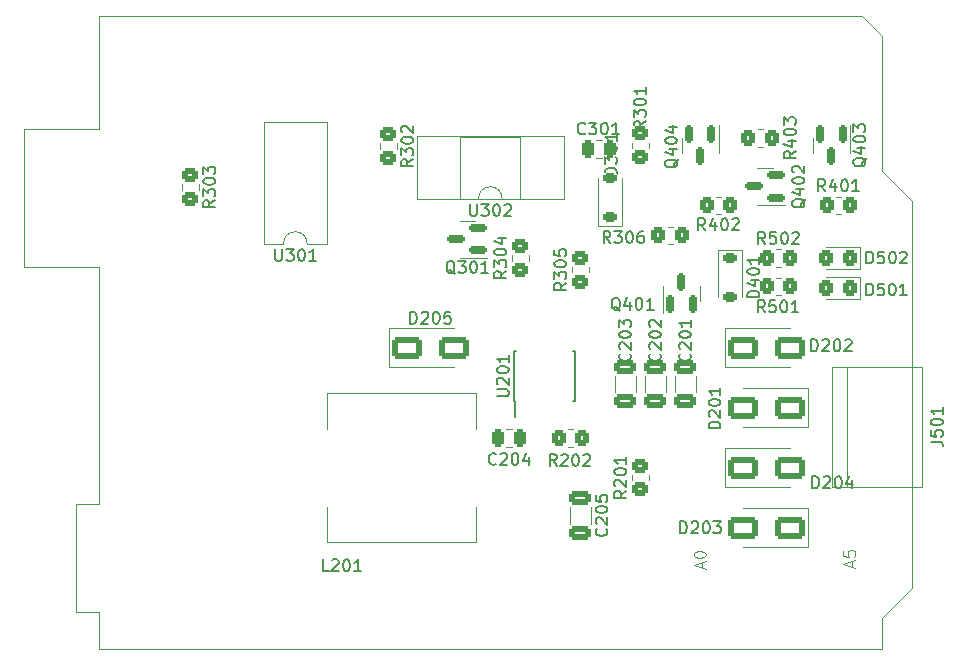
<source format=gto>
G04 #@! TF.GenerationSoftware,KiCad,Pcbnew,7.99.0-3924-g53fd1aaf5e*
G04 #@! TF.CreationDate,2023-12-12T19:58:36+01:00*
G04 #@! TF.ProjectId,xDuinoRailShield,78447569-6e6f-4526-9169-6c536869656c,rev?*
G04 #@! TF.SameCoordinates,Original*
G04 #@! TF.FileFunction,Legend,Top*
G04 #@! TF.FilePolarity,Positive*
%FSLAX46Y46*%
G04 Gerber Fmt 4.6, Leading zero omitted, Abs format (unit mm)*
G04 Created by KiCad (PCBNEW 7.99.0-3924-g53fd1aaf5e) date 2023-12-12 19:58:36*
%MOMM*%
%LPD*%
G01*
G04 APERTURE LIST*
G04 Aperture macros list*
%AMRoundRect*
0 Rectangle with rounded corners*
0 $1 Rounding radius*
0 $2 $3 $4 $5 $6 $7 $8 $9 X,Y pos of 4 corners*
0 Add a 4 corners polygon primitive as box body*
4,1,4,$2,$3,$4,$5,$6,$7,$8,$9,$2,$3,0*
0 Add four circle primitives for the rounded corners*
1,1,$1+$1,$2,$3*
1,1,$1+$1,$4,$5*
1,1,$1+$1,$6,$7*
1,1,$1+$1,$8,$9*
0 Add four rect primitives between the rounded corners*
20,1,$1+$1,$2,$3,$4,$5,0*
20,1,$1+$1,$4,$5,$6,$7,0*
20,1,$1+$1,$6,$7,$8,$9,0*
20,1,$1+$1,$8,$9,$2,$3,0*%
G04 Aperture macros list end*
%ADD10C,0.150000*%
%ADD11C,0.100000*%
%ADD12C,0.120000*%
%ADD13RoundRect,0.250000X0.450000X-0.350000X0.450000X0.350000X-0.450000X0.350000X-0.450000X-0.350000X0*%
%ADD14R,3.000000X3.000000*%
%ADD15C,3.000000*%
%ADD16RoundRect,0.250000X-0.450000X0.350000X-0.450000X-0.350000X0.450000X-0.350000X0.450000X0.350000X0*%
%ADD17RoundRect,0.150000X0.587500X0.150000X-0.587500X0.150000X-0.587500X-0.150000X0.587500X-0.150000X0*%
%ADD18RoundRect,0.250000X-0.350000X-0.450000X0.350000X-0.450000X0.350000X0.450000X-0.350000X0.450000X0*%
%ADD19RoundRect,0.250000X0.325000X0.450000X-0.325000X0.450000X-0.325000X-0.450000X0.325000X-0.450000X0*%
%ADD20RoundRect,0.250000X0.350000X0.450000X-0.350000X0.450000X-0.350000X-0.450000X0.350000X-0.450000X0*%
%ADD21RoundRect,0.250000X0.250000X0.475000X-0.250000X0.475000X-0.250000X-0.475000X0.250000X-0.475000X0*%
%ADD22R,3.100000X1.600000*%
%ADD23R,1.600000X1.600000*%
%ADD24O,1.600000X1.600000*%
%ADD25R,2.900000X5.400000*%
%ADD26RoundRect,0.225000X0.375000X-0.225000X0.375000X0.225000X-0.375000X0.225000X-0.375000X-0.225000X0*%
%ADD27RoundRect,0.150000X-0.150000X0.587500X-0.150000X-0.587500X0.150000X-0.587500X0.150000X0.587500X0*%
%ADD28RoundRect,0.250000X-1.000000X-0.650000X1.000000X-0.650000X1.000000X0.650000X-1.000000X0.650000X0*%
%ADD29RoundRect,0.225000X-0.375000X0.225000X-0.375000X-0.225000X0.375000X-0.225000X0.375000X0.225000X0*%
%ADD30RoundRect,0.250000X1.000000X0.650000X-1.000000X0.650000X-1.000000X-0.650000X1.000000X-0.650000X0*%
%ADD31RoundRect,0.250000X-0.650000X0.325000X-0.650000X-0.325000X0.650000X-0.325000X0.650000X0.325000X0*%
%ADD32R,0.600000X1.550000*%
%ADD33R,3.100000X2.600000*%
%ADD34RoundRect,0.150000X0.150000X-0.587500X0.150000X0.587500X-0.150000X0.587500X-0.150000X-0.587500X0*%
G04 APERTURE END LIST*
D10*
X141984819Y-81624047D02*
X141508628Y-81957380D01*
X141984819Y-82195475D02*
X140984819Y-82195475D01*
X140984819Y-82195475D02*
X140984819Y-81814523D01*
X140984819Y-81814523D02*
X141032438Y-81719285D01*
X141032438Y-81719285D02*
X141080057Y-81671666D01*
X141080057Y-81671666D02*
X141175295Y-81624047D01*
X141175295Y-81624047D02*
X141318152Y-81624047D01*
X141318152Y-81624047D02*
X141413390Y-81671666D01*
X141413390Y-81671666D02*
X141461009Y-81719285D01*
X141461009Y-81719285D02*
X141508628Y-81814523D01*
X141508628Y-81814523D02*
X141508628Y-82195475D01*
X141080057Y-81243094D02*
X141032438Y-81195475D01*
X141032438Y-81195475D02*
X140984819Y-81100237D01*
X140984819Y-81100237D02*
X140984819Y-80862142D01*
X140984819Y-80862142D02*
X141032438Y-80766904D01*
X141032438Y-80766904D02*
X141080057Y-80719285D01*
X141080057Y-80719285D02*
X141175295Y-80671666D01*
X141175295Y-80671666D02*
X141270533Y-80671666D01*
X141270533Y-80671666D02*
X141413390Y-80719285D01*
X141413390Y-80719285D02*
X141984819Y-81290713D01*
X141984819Y-81290713D02*
X141984819Y-80671666D01*
X140984819Y-80052618D02*
X140984819Y-79957380D01*
X140984819Y-79957380D02*
X141032438Y-79862142D01*
X141032438Y-79862142D02*
X141080057Y-79814523D01*
X141080057Y-79814523D02*
X141175295Y-79766904D01*
X141175295Y-79766904D02*
X141365771Y-79719285D01*
X141365771Y-79719285D02*
X141603866Y-79719285D01*
X141603866Y-79719285D02*
X141794342Y-79766904D01*
X141794342Y-79766904D02*
X141889580Y-79814523D01*
X141889580Y-79814523D02*
X141937200Y-79862142D01*
X141937200Y-79862142D02*
X141984819Y-79957380D01*
X141984819Y-79957380D02*
X141984819Y-80052618D01*
X141984819Y-80052618D02*
X141937200Y-80147856D01*
X141937200Y-80147856D02*
X141889580Y-80195475D01*
X141889580Y-80195475D02*
X141794342Y-80243094D01*
X141794342Y-80243094D02*
X141603866Y-80290713D01*
X141603866Y-80290713D02*
X141365771Y-80290713D01*
X141365771Y-80290713D02*
X141175295Y-80243094D01*
X141175295Y-80243094D02*
X141080057Y-80195475D01*
X141080057Y-80195475D02*
X141032438Y-80147856D01*
X141032438Y-80147856D02*
X140984819Y-80052618D01*
X141984819Y-78766904D02*
X141984819Y-79338332D01*
X141984819Y-79052618D02*
X140984819Y-79052618D01*
X140984819Y-79052618D02*
X141127676Y-79147856D01*
X141127676Y-79147856D02*
X141222914Y-79243094D01*
X141222914Y-79243094D02*
X141270533Y-79338332D01*
X167775619Y-77465714D02*
X168489904Y-77465714D01*
X168489904Y-77465714D02*
X168632761Y-77513333D01*
X168632761Y-77513333D02*
X168728000Y-77608571D01*
X168728000Y-77608571D02*
X168775619Y-77751428D01*
X168775619Y-77751428D02*
X168775619Y-77846666D01*
X167775619Y-76513333D02*
X167775619Y-76989523D01*
X167775619Y-76989523D02*
X168251809Y-77037142D01*
X168251809Y-77037142D02*
X168204190Y-76989523D01*
X168204190Y-76989523D02*
X168156571Y-76894285D01*
X168156571Y-76894285D02*
X168156571Y-76656190D01*
X168156571Y-76656190D02*
X168204190Y-76560952D01*
X168204190Y-76560952D02*
X168251809Y-76513333D01*
X168251809Y-76513333D02*
X168347047Y-76465714D01*
X168347047Y-76465714D02*
X168585142Y-76465714D01*
X168585142Y-76465714D02*
X168680380Y-76513333D01*
X168680380Y-76513333D02*
X168728000Y-76560952D01*
X168728000Y-76560952D02*
X168775619Y-76656190D01*
X168775619Y-76656190D02*
X168775619Y-76894285D01*
X168775619Y-76894285D02*
X168728000Y-76989523D01*
X168728000Y-76989523D02*
X168680380Y-77037142D01*
X167775619Y-75846666D02*
X167775619Y-75751428D01*
X167775619Y-75751428D02*
X167823238Y-75656190D01*
X167823238Y-75656190D02*
X167870857Y-75608571D01*
X167870857Y-75608571D02*
X167966095Y-75560952D01*
X167966095Y-75560952D02*
X168156571Y-75513333D01*
X168156571Y-75513333D02*
X168394666Y-75513333D01*
X168394666Y-75513333D02*
X168585142Y-75560952D01*
X168585142Y-75560952D02*
X168680380Y-75608571D01*
X168680380Y-75608571D02*
X168728000Y-75656190D01*
X168728000Y-75656190D02*
X168775619Y-75751428D01*
X168775619Y-75751428D02*
X168775619Y-75846666D01*
X168775619Y-75846666D02*
X168728000Y-75941904D01*
X168728000Y-75941904D02*
X168680380Y-75989523D01*
X168680380Y-75989523D02*
X168585142Y-76037142D01*
X168585142Y-76037142D02*
X168394666Y-76084761D01*
X168394666Y-76084761D02*
X168156571Y-76084761D01*
X168156571Y-76084761D02*
X167966095Y-76037142D01*
X167966095Y-76037142D02*
X167870857Y-75989523D01*
X167870857Y-75989523D02*
X167823238Y-75941904D01*
X167823238Y-75941904D02*
X167775619Y-75846666D01*
X168775619Y-74560952D02*
X168775619Y-75132380D01*
X168775619Y-74846666D02*
X167775619Y-74846666D01*
X167775619Y-74846666D02*
X167918476Y-74941904D01*
X167918476Y-74941904D02*
X168013714Y-75037142D01*
X168013714Y-75037142D02*
X168061333Y-75132380D01*
X143634819Y-50319047D02*
X143158628Y-50652380D01*
X143634819Y-50890475D02*
X142634819Y-50890475D01*
X142634819Y-50890475D02*
X142634819Y-50509523D01*
X142634819Y-50509523D02*
X142682438Y-50414285D01*
X142682438Y-50414285D02*
X142730057Y-50366666D01*
X142730057Y-50366666D02*
X142825295Y-50319047D01*
X142825295Y-50319047D02*
X142968152Y-50319047D01*
X142968152Y-50319047D02*
X143063390Y-50366666D01*
X143063390Y-50366666D02*
X143111009Y-50414285D01*
X143111009Y-50414285D02*
X143158628Y-50509523D01*
X143158628Y-50509523D02*
X143158628Y-50890475D01*
X142634819Y-49985713D02*
X142634819Y-49366666D01*
X142634819Y-49366666D02*
X143015771Y-49699999D01*
X143015771Y-49699999D02*
X143015771Y-49557142D01*
X143015771Y-49557142D02*
X143063390Y-49461904D01*
X143063390Y-49461904D02*
X143111009Y-49414285D01*
X143111009Y-49414285D02*
X143206247Y-49366666D01*
X143206247Y-49366666D02*
X143444342Y-49366666D01*
X143444342Y-49366666D02*
X143539580Y-49414285D01*
X143539580Y-49414285D02*
X143587200Y-49461904D01*
X143587200Y-49461904D02*
X143634819Y-49557142D01*
X143634819Y-49557142D02*
X143634819Y-49842856D01*
X143634819Y-49842856D02*
X143587200Y-49938094D01*
X143587200Y-49938094D02*
X143539580Y-49985713D01*
X142634819Y-48747618D02*
X142634819Y-48652380D01*
X142634819Y-48652380D02*
X142682438Y-48557142D01*
X142682438Y-48557142D02*
X142730057Y-48509523D01*
X142730057Y-48509523D02*
X142825295Y-48461904D01*
X142825295Y-48461904D02*
X143015771Y-48414285D01*
X143015771Y-48414285D02*
X143253866Y-48414285D01*
X143253866Y-48414285D02*
X143444342Y-48461904D01*
X143444342Y-48461904D02*
X143539580Y-48509523D01*
X143539580Y-48509523D02*
X143587200Y-48557142D01*
X143587200Y-48557142D02*
X143634819Y-48652380D01*
X143634819Y-48652380D02*
X143634819Y-48747618D01*
X143634819Y-48747618D02*
X143587200Y-48842856D01*
X143587200Y-48842856D02*
X143539580Y-48890475D01*
X143539580Y-48890475D02*
X143444342Y-48938094D01*
X143444342Y-48938094D02*
X143253866Y-48985713D01*
X143253866Y-48985713D02*
X143015771Y-48985713D01*
X143015771Y-48985713D02*
X142825295Y-48938094D01*
X142825295Y-48938094D02*
X142730057Y-48890475D01*
X142730057Y-48890475D02*
X142682438Y-48842856D01*
X142682438Y-48842856D02*
X142634819Y-48747618D01*
X143634819Y-47461904D02*
X143634819Y-48033332D01*
X143634819Y-47747618D02*
X142634819Y-47747618D01*
X142634819Y-47747618D02*
X142777676Y-47842856D01*
X142777676Y-47842856D02*
X142872914Y-47938094D01*
X142872914Y-47938094D02*
X142920533Y-48033332D01*
X157163497Y-56907560D02*
X157115878Y-57002798D01*
X157115878Y-57002798D02*
X157020640Y-57098036D01*
X157020640Y-57098036D02*
X156877782Y-57240893D01*
X156877782Y-57240893D02*
X156830163Y-57336131D01*
X156830163Y-57336131D02*
X156830163Y-57431369D01*
X157068259Y-57383750D02*
X157020640Y-57478988D01*
X157020640Y-57478988D02*
X156925401Y-57574226D01*
X156925401Y-57574226D02*
X156734925Y-57621845D01*
X156734925Y-57621845D02*
X156401592Y-57621845D01*
X156401592Y-57621845D02*
X156211116Y-57574226D01*
X156211116Y-57574226D02*
X156115878Y-57478988D01*
X156115878Y-57478988D02*
X156068259Y-57383750D01*
X156068259Y-57383750D02*
X156068259Y-57193274D01*
X156068259Y-57193274D02*
X156115878Y-57098036D01*
X156115878Y-57098036D02*
X156211116Y-57002798D01*
X156211116Y-57002798D02*
X156401592Y-56955179D01*
X156401592Y-56955179D02*
X156734925Y-56955179D01*
X156734925Y-56955179D02*
X156925401Y-57002798D01*
X156925401Y-57002798D02*
X157020640Y-57098036D01*
X157020640Y-57098036D02*
X157068259Y-57193274D01*
X157068259Y-57193274D02*
X157068259Y-57383750D01*
X156401592Y-56098036D02*
X157068259Y-56098036D01*
X156020640Y-56336131D02*
X156734925Y-56574226D01*
X156734925Y-56574226D02*
X156734925Y-55955179D01*
X156068259Y-55383750D02*
X156068259Y-55288512D01*
X156068259Y-55288512D02*
X156115878Y-55193274D01*
X156115878Y-55193274D02*
X156163497Y-55145655D01*
X156163497Y-55145655D02*
X156258735Y-55098036D01*
X156258735Y-55098036D02*
X156449211Y-55050417D01*
X156449211Y-55050417D02*
X156687306Y-55050417D01*
X156687306Y-55050417D02*
X156877782Y-55098036D01*
X156877782Y-55098036D02*
X156973020Y-55145655D01*
X156973020Y-55145655D02*
X157020640Y-55193274D01*
X157020640Y-55193274D02*
X157068259Y-55288512D01*
X157068259Y-55288512D02*
X157068259Y-55383750D01*
X157068259Y-55383750D02*
X157020640Y-55478988D01*
X157020640Y-55478988D02*
X156973020Y-55526607D01*
X156973020Y-55526607D02*
X156877782Y-55574226D01*
X156877782Y-55574226D02*
X156687306Y-55621845D01*
X156687306Y-55621845D02*
X156449211Y-55621845D01*
X156449211Y-55621845D02*
X156258735Y-55574226D01*
X156258735Y-55574226D02*
X156163497Y-55526607D01*
X156163497Y-55526607D02*
X156115878Y-55478988D01*
X156115878Y-55478988D02*
X156068259Y-55383750D01*
X156163497Y-54669464D02*
X156115878Y-54621845D01*
X156115878Y-54621845D02*
X156068259Y-54526607D01*
X156068259Y-54526607D02*
X156068259Y-54288512D01*
X156068259Y-54288512D02*
X156115878Y-54193274D01*
X156115878Y-54193274D02*
X156163497Y-54145655D01*
X156163497Y-54145655D02*
X156258735Y-54098036D01*
X156258735Y-54098036D02*
X156353973Y-54098036D01*
X156353973Y-54098036D02*
X156496830Y-54145655D01*
X156496830Y-54145655D02*
X157068259Y-54717083D01*
X157068259Y-54717083D02*
X157068259Y-54098036D01*
X158840752Y-56249819D02*
X158507419Y-55773628D01*
X158269324Y-56249819D02*
X158269324Y-55249819D01*
X158269324Y-55249819D02*
X158650276Y-55249819D01*
X158650276Y-55249819D02*
X158745514Y-55297438D01*
X158745514Y-55297438D02*
X158793133Y-55345057D01*
X158793133Y-55345057D02*
X158840752Y-55440295D01*
X158840752Y-55440295D02*
X158840752Y-55583152D01*
X158840752Y-55583152D02*
X158793133Y-55678390D01*
X158793133Y-55678390D02*
X158745514Y-55726009D01*
X158745514Y-55726009D02*
X158650276Y-55773628D01*
X158650276Y-55773628D02*
X158269324Y-55773628D01*
X159697895Y-55583152D02*
X159697895Y-56249819D01*
X159459800Y-55202200D02*
X159221705Y-55916485D01*
X159221705Y-55916485D02*
X159840752Y-55916485D01*
X160412181Y-55249819D02*
X160507419Y-55249819D01*
X160507419Y-55249819D02*
X160602657Y-55297438D01*
X160602657Y-55297438D02*
X160650276Y-55345057D01*
X160650276Y-55345057D02*
X160697895Y-55440295D01*
X160697895Y-55440295D02*
X160745514Y-55630771D01*
X160745514Y-55630771D02*
X160745514Y-55868866D01*
X160745514Y-55868866D02*
X160697895Y-56059342D01*
X160697895Y-56059342D02*
X160650276Y-56154580D01*
X160650276Y-56154580D02*
X160602657Y-56202200D01*
X160602657Y-56202200D02*
X160507419Y-56249819D01*
X160507419Y-56249819D02*
X160412181Y-56249819D01*
X160412181Y-56249819D02*
X160316943Y-56202200D01*
X160316943Y-56202200D02*
X160269324Y-56154580D01*
X160269324Y-56154580D02*
X160221705Y-56059342D01*
X160221705Y-56059342D02*
X160174086Y-55868866D01*
X160174086Y-55868866D02*
X160174086Y-55630771D01*
X160174086Y-55630771D02*
X160221705Y-55440295D01*
X160221705Y-55440295D02*
X160269324Y-55345057D01*
X160269324Y-55345057D02*
X160316943Y-55297438D01*
X160316943Y-55297438D02*
X160412181Y-55249819D01*
X161697895Y-56249819D02*
X161126467Y-56249819D01*
X161412181Y-56249819D02*
X161412181Y-55249819D01*
X161412181Y-55249819D02*
X161316943Y-55392676D01*
X161316943Y-55392676D02*
X161221705Y-55487914D01*
X161221705Y-55487914D02*
X161126467Y-55535533D01*
X162319262Y-65073364D02*
X162319262Y-64073364D01*
X162319262Y-64073364D02*
X162557357Y-64073364D01*
X162557357Y-64073364D02*
X162700214Y-64120983D01*
X162700214Y-64120983D02*
X162795452Y-64216221D01*
X162795452Y-64216221D02*
X162843071Y-64311459D01*
X162843071Y-64311459D02*
X162890690Y-64501935D01*
X162890690Y-64501935D02*
X162890690Y-64644792D01*
X162890690Y-64644792D02*
X162843071Y-64835268D01*
X162843071Y-64835268D02*
X162795452Y-64930506D01*
X162795452Y-64930506D02*
X162700214Y-65025745D01*
X162700214Y-65025745D02*
X162557357Y-65073364D01*
X162557357Y-65073364D02*
X162319262Y-65073364D01*
X163795452Y-64073364D02*
X163319262Y-64073364D01*
X163319262Y-64073364D02*
X163271643Y-64549554D01*
X163271643Y-64549554D02*
X163319262Y-64501935D01*
X163319262Y-64501935D02*
X163414500Y-64454316D01*
X163414500Y-64454316D02*
X163652595Y-64454316D01*
X163652595Y-64454316D02*
X163747833Y-64501935D01*
X163747833Y-64501935D02*
X163795452Y-64549554D01*
X163795452Y-64549554D02*
X163843071Y-64644792D01*
X163843071Y-64644792D02*
X163843071Y-64882887D01*
X163843071Y-64882887D02*
X163795452Y-64978125D01*
X163795452Y-64978125D02*
X163747833Y-65025745D01*
X163747833Y-65025745D02*
X163652595Y-65073364D01*
X163652595Y-65073364D02*
X163414500Y-65073364D01*
X163414500Y-65073364D02*
X163319262Y-65025745D01*
X163319262Y-65025745D02*
X163271643Y-64978125D01*
X164462119Y-64073364D02*
X164557357Y-64073364D01*
X164557357Y-64073364D02*
X164652595Y-64120983D01*
X164652595Y-64120983D02*
X164700214Y-64168602D01*
X164700214Y-64168602D02*
X164747833Y-64263840D01*
X164747833Y-64263840D02*
X164795452Y-64454316D01*
X164795452Y-64454316D02*
X164795452Y-64692411D01*
X164795452Y-64692411D02*
X164747833Y-64882887D01*
X164747833Y-64882887D02*
X164700214Y-64978125D01*
X164700214Y-64978125D02*
X164652595Y-65025745D01*
X164652595Y-65025745D02*
X164557357Y-65073364D01*
X164557357Y-65073364D02*
X164462119Y-65073364D01*
X164462119Y-65073364D02*
X164366881Y-65025745D01*
X164366881Y-65025745D02*
X164319262Y-64978125D01*
X164319262Y-64978125D02*
X164271643Y-64882887D01*
X164271643Y-64882887D02*
X164224024Y-64692411D01*
X164224024Y-64692411D02*
X164224024Y-64454316D01*
X164224024Y-64454316D02*
X164271643Y-64263840D01*
X164271643Y-64263840D02*
X164319262Y-64168602D01*
X164319262Y-64168602D02*
X164366881Y-64120983D01*
X164366881Y-64120983D02*
X164462119Y-64073364D01*
X165747833Y-65073364D02*
X165176405Y-65073364D01*
X165462119Y-65073364D02*
X165462119Y-64073364D01*
X165462119Y-64073364D02*
X165366881Y-64216221D01*
X165366881Y-64216221D02*
X165271643Y-64311459D01*
X165271643Y-64311459D02*
X165176405Y-64359078D01*
X148680952Y-59549819D02*
X148347619Y-59073628D01*
X148109524Y-59549819D02*
X148109524Y-58549819D01*
X148109524Y-58549819D02*
X148490476Y-58549819D01*
X148490476Y-58549819D02*
X148585714Y-58597438D01*
X148585714Y-58597438D02*
X148633333Y-58645057D01*
X148633333Y-58645057D02*
X148680952Y-58740295D01*
X148680952Y-58740295D02*
X148680952Y-58883152D01*
X148680952Y-58883152D02*
X148633333Y-58978390D01*
X148633333Y-58978390D02*
X148585714Y-59026009D01*
X148585714Y-59026009D02*
X148490476Y-59073628D01*
X148490476Y-59073628D02*
X148109524Y-59073628D01*
X149538095Y-58883152D02*
X149538095Y-59549819D01*
X149300000Y-58502200D02*
X149061905Y-59216485D01*
X149061905Y-59216485D02*
X149680952Y-59216485D01*
X150252381Y-58549819D02*
X150347619Y-58549819D01*
X150347619Y-58549819D02*
X150442857Y-58597438D01*
X150442857Y-58597438D02*
X150490476Y-58645057D01*
X150490476Y-58645057D02*
X150538095Y-58740295D01*
X150538095Y-58740295D02*
X150585714Y-58930771D01*
X150585714Y-58930771D02*
X150585714Y-59168866D01*
X150585714Y-59168866D02*
X150538095Y-59359342D01*
X150538095Y-59359342D02*
X150490476Y-59454580D01*
X150490476Y-59454580D02*
X150442857Y-59502200D01*
X150442857Y-59502200D02*
X150347619Y-59549819D01*
X150347619Y-59549819D02*
X150252381Y-59549819D01*
X150252381Y-59549819D02*
X150157143Y-59502200D01*
X150157143Y-59502200D02*
X150109524Y-59454580D01*
X150109524Y-59454580D02*
X150061905Y-59359342D01*
X150061905Y-59359342D02*
X150014286Y-59168866D01*
X150014286Y-59168866D02*
X150014286Y-58930771D01*
X150014286Y-58930771D02*
X150061905Y-58740295D01*
X150061905Y-58740295D02*
X150109524Y-58645057D01*
X150109524Y-58645057D02*
X150157143Y-58597438D01*
X150157143Y-58597438D02*
X150252381Y-58549819D01*
X150966667Y-58645057D02*
X151014286Y-58597438D01*
X151014286Y-58597438D02*
X151109524Y-58549819D01*
X151109524Y-58549819D02*
X151347619Y-58549819D01*
X151347619Y-58549819D02*
X151442857Y-58597438D01*
X151442857Y-58597438D02*
X151490476Y-58645057D01*
X151490476Y-58645057D02*
X151538095Y-58740295D01*
X151538095Y-58740295D02*
X151538095Y-58835533D01*
X151538095Y-58835533D02*
X151490476Y-58978390D01*
X151490476Y-58978390D02*
X150919048Y-59549819D01*
X150919048Y-59549819D02*
X151538095Y-59549819D01*
X130960000Y-79333866D02*
X130912381Y-79381486D01*
X130912381Y-79381486D02*
X130769524Y-79429105D01*
X130769524Y-79429105D02*
X130674286Y-79429105D01*
X130674286Y-79429105D02*
X130531429Y-79381486D01*
X130531429Y-79381486D02*
X130436191Y-79286247D01*
X130436191Y-79286247D02*
X130388572Y-79191009D01*
X130388572Y-79191009D02*
X130340953Y-79000533D01*
X130340953Y-79000533D02*
X130340953Y-78857676D01*
X130340953Y-78857676D02*
X130388572Y-78667200D01*
X130388572Y-78667200D02*
X130436191Y-78571962D01*
X130436191Y-78571962D02*
X130531429Y-78476724D01*
X130531429Y-78476724D02*
X130674286Y-78429105D01*
X130674286Y-78429105D02*
X130769524Y-78429105D01*
X130769524Y-78429105D02*
X130912381Y-78476724D01*
X130912381Y-78476724D02*
X130960000Y-78524343D01*
X131340953Y-78524343D02*
X131388572Y-78476724D01*
X131388572Y-78476724D02*
X131483810Y-78429105D01*
X131483810Y-78429105D02*
X131721905Y-78429105D01*
X131721905Y-78429105D02*
X131817143Y-78476724D01*
X131817143Y-78476724D02*
X131864762Y-78524343D01*
X131864762Y-78524343D02*
X131912381Y-78619581D01*
X131912381Y-78619581D02*
X131912381Y-78714819D01*
X131912381Y-78714819D02*
X131864762Y-78857676D01*
X131864762Y-78857676D02*
X131293334Y-79429105D01*
X131293334Y-79429105D02*
X131912381Y-79429105D01*
X132531429Y-78429105D02*
X132626667Y-78429105D01*
X132626667Y-78429105D02*
X132721905Y-78476724D01*
X132721905Y-78476724D02*
X132769524Y-78524343D01*
X132769524Y-78524343D02*
X132817143Y-78619581D01*
X132817143Y-78619581D02*
X132864762Y-78810057D01*
X132864762Y-78810057D02*
X132864762Y-79048152D01*
X132864762Y-79048152D02*
X132817143Y-79238628D01*
X132817143Y-79238628D02*
X132769524Y-79333866D01*
X132769524Y-79333866D02*
X132721905Y-79381486D01*
X132721905Y-79381486D02*
X132626667Y-79429105D01*
X132626667Y-79429105D02*
X132531429Y-79429105D01*
X132531429Y-79429105D02*
X132436191Y-79381486D01*
X132436191Y-79381486D02*
X132388572Y-79333866D01*
X132388572Y-79333866D02*
X132340953Y-79238628D01*
X132340953Y-79238628D02*
X132293334Y-79048152D01*
X132293334Y-79048152D02*
X132293334Y-78810057D01*
X132293334Y-78810057D02*
X132340953Y-78619581D01*
X132340953Y-78619581D02*
X132388572Y-78524343D01*
X132388572Y-78524343D02*
X132436191Y-78476724D01*
X132436191Y-78476724D02*
X132531429Y-78429105D01*
X133721905Y-78762438D02*
X133721905Y-79429105D01*
X133483810Y-78381486D02*
X133245715Y-79095771D01*
X133245715Y-79095771D02*
X133864762Y-79095771D01*
X128765714Y-57334819D02*
X128765714Y-58144342D01*
X128765714Y-58144342D02*
X128813333Y-58239580D01*
X128813333Y-58239580D02*
X128860952Y-58287200D01*
X128860952Y-58287200D02*
X128956190Y-58334819D01*
X128956190Y-58334819D02*
X129146666Y-58334819D01*
X129146666Y-58334819D02*
X129241904Y-58287200D01*
X129241904Y-58287200D02*
X129289523Y-58239580D01*
X129289523Y-58239580D02*
X129337142Y-58144342D01*
X129337142Y-58144342D02*
X129337142Y-57334819D01*
X129718095Y-57334819D02*
X130337142Y-57334819D01*
X130337142Y-57334819D02*
X130003809Y-57715771D01*
X130003809Y-57715771D02*
X130146666Y-57715771D01*
X130146666Y-57715771D02*
X130241904Y-57763390D01*
X130241904Y-57763390D02*
X130289523Y-57811009D01*
X130289523Y-57811009D02*
X130337142Y-57906247D01*
X130337142Y-57906247D02*
X130337142Y-58144342D01*
X130337142Y-58144342D02*
X130289523Y-58239580D01*
X130289523Y-58239580D02*
X130241904Y-58287200D01*
X130241904Y-58287200D02*
X130146666Y-58334819D01*
X130146666Y-58334819D02*
X129860952Y-58334819D01*
X129860952Y-58334819D02*
X129765714Y-58287200D01*
X129765714Y-58287200D02*
X129718095Y-58239580D01*
X130956190Y-57334819D02*
X131051428Y-57334819D01*
X131051428Y-57334819D02*
X131146666Y-57382438D01*
X131146666Y-57382438D02*
X131194285Y-57430057D01*
X131194285Y-57430057D02*
X131241904Y-57525295D01*
X131241904Y-57525295D02*
X131289523Y-57715771D01*
X131289523Y-57715771D02*
X131289523Y-57953866D01*
X131289523Y-57953866D02*
X131241904Y-58144342D01*
X131241904Y-58144342D02*
X131194285Y-58239580D01*
X131194285Y-58239580D02*
X131146666Y-58287200D01*
X131146666Y-58287200D02*
X131051428Y-58334819D01*
X131051428Y-58334819D02*
X130956190Y-58334819D01*
X130956190Y-58334819D02*
X130860952Y-58287200D01*
X130860952Y-58287200D02*
X130813333Y-58239580D01*
X130813333Y-58239580D02*
X130765714Y-58144342D01*
X130765714Y-58144342D02*
X130718095Y-57953866D01*
X130718095Y-57953866D02*
X130718095Y-57715771D01*
X130718095Y-57715771D02*
X130765714Y-57525295D01*
X130765714Y-57525295D02*
X130813333Y-57430057D01*
X130813333Y-57430057D02*
X130860952Y-57382438D01*
X130860952Y-57382438D02*
X130956190Y-57334819D01*
X131670476Y-57430057D02*
X131718095Y-57382438D01*
X131718095Y-57382438D02*
X131813333Y-57334819D01*
X131813333Y-57334819D02*
X132051428Y-57334819D01*
X132051428Y-57334819D02*
X132146666Y-57382438D01*
X132146666Y-57382438D02*
X132194285Y-57430057D01*
X132194285Y-57430057D02*
X132241904Y-57525295D01*
X132241904Y-57525295D02*
X132241904Y-57620533D01*
X132241904Y-57620533D02*
X132194285Y-57763390D01*
X132194285Y-57763390D02*
X131622857Y-58334819D01*
X131622857Y-58334819D02*
X132241904Y-58334819D01*
D11*
X161093760Y-88083787D02*
X161093760Y-87607597D01*
X161379475Y-88179025D02*
X160379475Y-87845692D01*
X160379475Y-87845692D02*
X161379475Y-87512359D01*
X160379475Y-86702835D02*
X160379475Y-87179025D01*
X160379475Y-87179025D02*
X160855665Y-87226644D01*
X160855665Y-87226644D02*
X160808046Y-87179025D01*
X160808046Y-87179025D02*
X160760427Y-87083787D01*
X160760427Y-87083787D02*
X160760427Y-86845692D01*
X160760427Y-86845692D02*
X160808046Y-86750454D01*
X160808046Y-86750454D02*
X160855665Y-86702835D01*
X160855665Y-86702835D02*
X160950903Y-86655216D01*
X160950903Y-86655216D02*
X161188998Y-86655216D01*
X161188998Y-86655216D02*
X161284236Y-86702835D01*
X161284236Y-86702835D02*
X161331856Y-86750454D01*
X161331856Y-86750454D02*
X161379475Y-86845692D01*
X161379475Y-86845692D02*
X161379475Y-87083787D01*
X161379475Y-87083787D02*
X161331856Y-87179025D01*
X161331856Y-87179025D02*
X161284236Y-87226644D01*
X148423161Y-88162732D02*
X148423161Y-87686542D01*
X148708876Y-88257970D02*
X147708876Y-87924637D01*
X147708876Y-87924637D02*
X148708876Y-87591304D01*
X147708876Y-87067494D02*
X147708876Y-86972256D01*
X147708876Y-86972256D02*
X147756495Y-86877018D01*
X147756495Y-86877018D02*
X147804114Y-86829399D01*
X147804114Y-86829399D02*
X147899352Y-86781780D01*
X147899352Y-86781780D02*
X148089828Y-86734161D01*
X148089828Y-86734161D02*
X148327923Y-86734161D01*
X148327923Y-86734161D02*
X148518399Y-86781780D01*
X148518399Y-86781780D02*
X148613637Y-86829399D01*
X148613637Y-86829399D02*
X148661257Y-86877018D01*
X148661257Y-86877018D02*
X148708876Y-86972256D01*
X148708876Y-86972256D02*
X148708876Y-87067494D01*
X148708876Y-87067494D02*
X148661257Y-87162732D01*
X148661257Y-87162732D02*
X148613637Y-87210351D01*
X148613637Y-87210351D02*
X148518399Y-87257970D01*
X148518399Y-87257970D02*
X148327923Y-87305589D01*
X148327923Y-87305589D02*
X148089828Y-87305589D01*
X148089828Y-87305589D02*
X147899352Y-87257970D01*
X147899352Y-87257970D02*
X147804114Y-87210351D01*
X147804114Y-87210351D02*
X147756495Y-87162732D01*
X147756495Y-87162732D02*
X147708876Y-87067494D01*
D10*
X107184819Y-57026547D02*
X106708628Y-57359880D01*
X107184819Y-57597975D02*
X106184819Y-57597975D01*
X106184819Y-57597975D02*
X106184819Y-57217023D01*
X106184819Y-57217023D02*
X106232438Y-57121785D01*
X106232438Y-57121785D02*
X106280057Y-57074166D01*
X106280057Y-57074166D02*
X106375295Y-57026547D01*
X106375295Y-57026547D02*
X106518152Y-57026547D01*
X106518152Y-57026547D02*
X106613390Y-57074166D01*
X106613390Y-57074166D02*
X106661009Y-57121785D01*
X106661009Y-57121785D02*
X106708628Y-57217023D01*
X106708628Y-57217023D02*
X106708628Y-57597975D01*
X106184819Y-56693213D02*
X106184819Y-56074166D01*
X106184819Y-56074166D02*
X106565771Y-56407499D01*
X106565771Y-56407499D02*
X106565771Y-56264642D01*
X106565771Y-56264642D02*
X106613390Y-56169404D01*
X106613390Y-56169404D02*
X106661009Y-56121785D01*
X106661009Y-56121785D02*
X106756247Y-56074166D01*
X106756247Y-56074166D02*
X106994342Y-56074166D01*
X106994342Y-56074166D02*
X107089580Y-56121785D01*
X107089580Y-56121785D02*
X107137200Y-56169404D01*
X107137200Y-56169404D02*
X107184819Y-56264642D01*
X107184819Y-56264642D02*
X107184819Y-56550356D01*
X107184819Y-56550356D02*
X107137200Y-56645594D01*
X107137200Y-56645594D02*
X107089580Y-56693213D01*
X106184819Y-55455118D02*
X106184819Y-55359880D01*
X106184819Y-55359880D02*
X106232438Y-55264642D01*
X106232438Y-55264642D02*
X106280057Y-55217023D01*
X106280057Y-55217023D02*
X106375295Y-55169404D01*
X106375295Y-55169404D02*
X106565771Y-55121785D01*
X106565771Y-55121785D02*
X106803866Y-55121785D01*
X106803866Y-55121785D02*
X106994342Y-55169404D01*
X106994342Y-55169404D02*
X107089580Y-55217023D01*
X107089580Y-55217023D02*
X107137200Y-55264642D01*
X107137200Y-55264642D02*
X107184819Y-55359880D01*
X107184819Y-55359880D02*
X107184819Y-55455118D01*
X107184819Y-55455118D02*
X107137200Y-55550356D01*
X107137200Y-55550356D02*
X107089580Y-55597975D01*
X107089580Y-55597975D02*
X106994342Y-55645594D01*
X106994342Y-55645594D02*
X106803866Y-55693213D01*
X106803866Y-55693213D02*
X106565771Y-55693213D01*
X106565771Y-55693213D02*
X106375295Y-55645594D01*
X106375295Y-55645594D02*
X106280057Y-55597975D01*
X106280057Y-55597975D02*
X106232438Y-55550356D01*
X106232438Y-55550356D02*
X106184819Y-55455118D01*
X106184819Y-54788451D02*
X106184819Y-54169404D01*
X106184819Y-54169404D02*
X106565771Y-54502737D01*
X106565771Y-54502737D02*
X106565771Y-54359880D01*
X106565771Y-54359880D02*
X106613390Y-54264642D01*
X106613390Y-54264642D02*
X106661009Y-54217023D01*
X106661009Y-54217023D02*
X106756247Y-54169404D01*
X106756247Y-54169404D02*
X106994342Y-54169404D01*
X106994342Y-54169404D02*
X107089580Y-54217023D01*
X107089580Y-54217023D02*
X107137200Y-54264642D01*
X107137200Y-54264642D02*
X107184819Y-54359880D01*
X107184819Y-54359880D02*
X107184819Y-54645594D01*
X107184819Y-54645594D02*
X107137200Y-54740832D01*
X107137200Y-54740832D02*
X107089580Y-54788451D01*
X116789067Y-88417072D02*
X116312877Y-88417072D01*
X116312877Y-88417072D02*
X116312877Y-87417072D01*
X117074782Y-87512310D02*
X117122401Y-87464691D01*
X117122401Y-87464691D02*
X117217639Y-87417072D01*
X117217639Y-87417072D02*
X117455734Y-87417072D01*
X117455734Y-87417072D02*
X117550972Y-87464691D01*
X117550972Y-87464691D02*
X117598591Y-87512310D01*
X117598591Y-87512310D02*
X117646210Y-87607548D01*
X117646210Y-87607548D02*
X117646210Y-87702786D01*
X117646210Y-87702786D02*
X117598591Y-87845643D01*
X117598591Y-87845643D02*
X117027163Y-88417072D01*
X117027163Y-88417072D02*
X117646210Y-88417072D01*
X118265258Y-87417072D02*
X118360496Y-87417072D01*
X118360496Y-87417072D02*
X118455734Y-87464691D01*
X118455734Y-87464691D02*
X118503353Y-87512310D01*
X118503353Y-87512310D02*
X118550972Y-87607548D01*
X118550972Y-87607548D02*
X118598591Y-87798024D01*
X118598591Y-87798024D02*
X118598591Y-88036119D01*
X118598591Y-88036119D02*
X118550972Y-88226595D01*
X118550972Y-88226595D02*
X118503353Y-88321833D01*
X118503353Y-88321833D02*
X118455734Y-88369453D01*
X118455734Y-88369453D02*
X118360496Y-88417072D01*
X118360496Y-88417072D02*
X118265258Y-88417072D01*
X118265258Y-88417072D02*
X118170020Y-88369453D01*
X118170020Y-88369453D02*
X118122401Y-88321833D01*
X118122401Y-88321833D02*
X118074782Y-88226595D01*
X118074782Y-88226595D02*
X118027163Y-88036119D01*
X118027163Y-88036119D02*
X118027163Y-87798024D01*
X118027163Y-87798024D02*
X118074782Y-87607548D01*
X118074782Y-87607548D02*
X118122401Y-87512310D01*
X118122401Y-87512310D02*
X118170020Y-87464691D01*
X118170020Y-87464691D02*
X118265258Y-87417072D01*
X119550972Y-88417072D02*
X118979544Y-88417072D01*
X119265258Y-88417072D02*
X119265258Y-87417072D01*
X119265258Y-87417072D02*
X119170020Y-87559929D01*
X119170020Y-87559929D02*
X119074782Y-87655167D01*
X119074782Y-87655167D02*
X118979544Y-87702786D01*
X141180238Y-54829180D02*
X140180238Y-54829180D01*
X140180238Y-54829180D02*
X140180238Y-54591085D01*
X140180238Y-54591085D02*
X140227857Y-54448228D01*
X140227857Y-54448228D02*
X140323095Y-54352990D01*
X140323095Y-54352990D02*
X140418333Y-54305371D01*
X140418333Y-54305371D02*
X140608809Y-54257752D01*
X140608809Y-54257752D02*
X140751666Y-54257752D01*
X140751666Y-54257752D02*
X140942142Y-54305371D01*
X140942142Y-54305371D02*
X141037380Y-54352990D01*
X141037380Y-54352990D02*
X141132619Y-54448228D01*
X141132619Y-54448228D02*
X141180238Y-54591085D01*
X141180238Y-54591085D02*
X141180238Y-54829180D01*
X140180238Y-53924418D02*
X140180238Y-53305371D01*
X140180238Y-53305371D02*
X140561190Y-53638704D01*
X140561190Y-53638704D02*
X140561190Y-53495847D01*
X140561190Y-53495847D02*
X140608809Y-53400609D01*
X140608809Y-53400609D02*
X140656428Y-53352990D01*
X140656428Y-53352990D02*
X140751666Y-53305371D01*
X140751666Y-53305371D02*
X140989761Y-53305371D01*
X140989761Y-53305371D02*
X141084999Y-53352990D01*
X141084999Y-53352990D02*
X141132619Y-53400609D01*
X141132619Y-53400609D02*
X141180238Y-53495847D01*
X141180238Y-53495847D02*
X141180238Y-53781561D01*
X141180238Y-53781561D02*
X141132619Y-53876799D01*
X141132619Y-53876799D02*
X141084999Y-53924418D01*
X140180238Y-52686323D02*
X140180238Y-52591085D01*
X140180238Y-52591085D02*
X140227857Y-52495847D01*
X140227857Y-52495847D02*
X140275476Y-52448228D01*
X140275476Y-52448228D02*
X140370714Y-52400609D01*
X140370714Y-52400609D02*
X140561190Y-52352990D01*
X140561190Y-52352990D02*
X140799285Y-52352990D01*
X140799285Y-52352990D02*
X140989761Y-52400609D01*
X140989761Y-52400609D02*
X141084999Y-52448228D01*
X141084999Y-52448228D02*
X141132619Y-52495847D01*
X141132619Y-52495847D02*
X141180238Y-52591085D01*
X141180238Y-52591085D02*
X141180238Y-52686323D01*
X141180238Y-52686323D02*
X141132619Y-52781561D01*
X141132619Y-52781561D02*
X141084999Y-52829180D01*
X141084999Y-52829180D02*
X140989761Y-52876799D01*
X140989761Y-52876799D02*
X140799285Y-52924418D01*
X140799285Y-52924418D02*
X140561190Y-52924418D01*
X140561190Y-52924418D02*
X140370714Y-52876799D01*
X140370714Y-52876799D02*
X140275476Y-52829180D01*
X140275476Y-52829180D02*
X140227857Y-52781561D01*
X140227857Y-52781561D02*
X140180238Y-52686323D01*
X141180238Y-51400609D02*
X141180238Y-51972037D01*
X141180238Y-51686323D02*
X140180238Y-51686323D01*
X140180238Y-51686323D02*
X140323095Y-51781561D01*
X140323095Y-51781561D02*
X140418333Y-51876799D01*
X140418333Y-51876799D02*
X140465952Y-51972037D01*
X112255714Y-61144819D02*
X112255714Y-61954342D01*
X112255714Y-61954342D02*
X112303333Y-62049580D01*
X112303333Y-62049580D02*
X112350952Y-62097200D01*
X112350952Y-62097200D02*
X112446190Y-62144819D01*
X112446190Y-62144819D02*
X112636666Y-62144819D01*
X112636666Y-62144819D02*
X112731904Y-62097200D01*
X112731904Y-62097200D02*
X112779523Y-62049580D01*
X112779523Y-62049580D02*
X112827142Y-61954342D01*
X112827142Y-61954342D02*
X112827142Y-61144819D01*
X113208095Y-61144819D02*
X113827142Y-61144819D01*
X113827142Y-61144819D02*
X113493809Y-61525771D01*
X113493809Y-61525771D02*
X113636666Y-61525771D01*
X113636666Y-61525771D02*
X113731904Y-61573390D01*
X113731904Y-61573390D02*
X113779523Y-61621009D01*
X113779523Y-61621009D02*
X113827142Y-61716247D01*
X113827142Y-61716247D02*
X113827142Y-61954342D01*
X113827142Y-61954342D02*
X113779523Y-62049580D01*
X113779523Y-62049580D02*
X113731904Y-62097200D01*
X113731904Y-62097200D02*
X113636666Y-62144819D01*
X113636666Y-62144819D02*
X113350952Y-62144819D01*
X113350952Y-62144819D02*
X113255714Y-62097200D01*
X113255714Y-62097200D02*
X113208095Y-62049580D01*
X114446190Y-61144819D02*
X114541428Y-61144819D01*
X114541428Y-61144819D02*
X114636666Y-61192438D01*
X114636666Y-61192438D02*
X114684285Y-61240057D01*
X114684285Y-61240057D02*
X114731904Y-61335295D01*
X114731904Y-61335295D02*
X114779523Y-61525771D01*
X114779523Y-61525771D02*
X114779523Y-61763866D01*
X114779523Y-61763866D02*
X114731904Y-61954342D01*
X114731904Y-61954342D02*
X114684285Y-62049580D01*
X114684285Y-62049580D02*
X114636666Y-62097200D01*
X114636666Y-62097200D02*
X114541428Y-62144819D01*
X114541428Y-62144819D02*
X114446190Y-62144819D01*
X114446190Y-62144819D02*
X114350952Y-62097200D01*
X114350952Y-62097200D02*
X114303333Y-62049580D01*
X114303333Y-62049580D02*
X114255714Y-61954342D01*
X114255714Y-61954342D02*
X114208095Y-61763866D01*
X114208095Y-61763866D02*
X114208095Y-61525771D01*
X114208095Y-61525771D02*
X114255714Y-61335295D01*
X114255714Y-61335295D02*
X114303333Y-61240057D01*
X114303333Y-61240057D02*
X114350952Y-61192438D01*
X114350952Y-61192438D02*
X114446190Y-61144819D01*
X115731904Y-62144819D02*
X115160476Y-62144819D01*
X115446190Y-62144819D02*
X115446190Y-61144819D01*
X115446190Y-61144819D02*
X115350952Y-61287676D01*
X115350952Y-61287676D02*
X115255714Y-61382914D01*
X115255714Y-61382914D02*
X115160476Y-61430533D01*
X123948162Y-53553900D02*
X123471971Y-53887233D01*
X123948162Y-54125328D02*
X122948162Y-54125328D01*
X122948162Y-54125328D02*
X122948162Y-53744376D01*
X122948162Y-53744376D02*
X122995781Y-53649138D01*
X122995781Y-53649138D02*
X123043400Y-53601519D01*
X123043400Y-53601519D02*
X123138638Y-53553900D01*
X123138638Y-53553900D02*
X123281495Y-53553900D01*
X123281495Y-53553900D02*
X123376733Y-53601519D01*
X123376733Y-53601519D02*
X123424352Y-53649138D01*
X123424352Y-53649138D02*
X123471971Y-53744376D01*
X123471971Y-53744376D02*
X123471971Y-54125328D01*
X122948162Y-53220566D02*
X122948162Y-52601519D01*
X122948162Y-52601519D02*
X123329114Y-52934852D01*
X123329114Y-52934852D02*
X123329114Y-52791995D01*
X123329114Y-52791995D02*
X123376733Y-52696757D01*
X123376733Y-52696757D02*
X123424352Y-52649138D01*
X123424352Y-52649138D02*
X123519590Y-52601519D01*
X123519590Y-52601519D02*
X123757685Y-52601519D01*
X123757685Y-52601519D02*
X123852923Y-52649138D01*
X123852923Y-52649138D02*
X123900543Y-52696757D01*
X123900543Y-52696757D02*
X123948162Y-52791995D01*
X123948162Y-52791995D02*
X123948162Y-53077709D01*
X123948162Y-53077709D02*
X123900543Y-53172947D01*
X123900543Y-53172947D02*
X123852923Y-53220566D01*
X122948162Y-51982471D02*
X122948162Y-51887233D01*
X122948162Y-51887233D02*
X122995781Y-51791995D01*
X122995781Y-51791995D02*
X123043400Y-51744376D01*
X123043400Y-51744376D02*
X123138638Y-51696757D01*
X123138638Y-51696757D02*
X123329114Y-51649138D01*
X123329114Y-51649138D02*
X123567209Y-51649138D01*
X123567209Y-51649138D02*
X123757685Y-51696757D01*
X123757685Y-51696757D02*
X123852923Y-51744376D01*
X123852923Y-51744376D02*
X123900543Y-51791995D01*
X123900543Y-51791995D02*
X123948162Y-51887233D01*
X123948162Y-51887233D02*
X123948162Y-51982471D01*
X123948162Y-51982471D02*
X123900543Y-52077709D01*
X123900543Y-52077709D02*
X123852923Y-52125328D01*
X123852923Y-52125328D02*
X123757685Y-52172947D01*
X123757685Y-52172947D02*
X123567209Y-52220566D01*
X123567209Y-52220566D02*
X123329114Y-52220566D01*
X123329114Y-52220566D02*
X123138638Y-52172947D01*
X123138638Y-52172947D02*
X123043400Y-52125328D01*
X123043400Y-52125328D02*
X122995781Y-52077709D01*
X122995781Y-52077709D02*
X122948162Y-51982471D01*
X123043400Y-51268185D02*
X122995781Y-51220566D01*
X122995781Y-51220566D02*
X122948162Y-51125328D01*
X122948162Y-51125328D02*
X122948162Y-50887233D01*
X122948162Y-50887233D02*
X122995781Y-50791995D01*
X122995781Y-50791995D02*
X123043400Y-50744376D01*
X123043400Y-50744376D02*
X123138638Y-50696757D01*
X123138638Y-50696757D02*
X123233876Y-50696757D01*
X123233876Y-50696757D02*
X123376733Y-50744376D01*
X123376733Y-50744376D02*
X123948162Y-51315804D01*
X123948162Y-51315804D02*
X123948162Y-50696757D01*
X162319957Y-53412619D02*
X162272338Y-53507857D01*
X162272338Y-53507857D02*
X162177100Y-53603095D01*
X162177100Y-53603095D02*
X162034242Y-53745952D01*
X162034242Y-53745952D02*
X161986623Y-53841190D01*
X161986623Y-53841190D02*
X161986623Y-53936428D01*
X162224719Y-53888809D02*
X162177100Y-53984047D01*
X162177100Y-53984047D02*
X162081861Y-54079285D01*
X162081861Y-54079285D02*
X161891385Y-54126904D01*
X161891385Y-54126904D02*
X161558052Y-54126904D01*
X161558052Y-54126904D02*
X161367576Y-54079285D01*
X161367576Y-54079285D02*
X161272338Y-53984047D01*
X161272338Y-53984047D02*
X161224719Y-53888809D01*
X161224719Y-53888809D02*
X161224719Y-53698333D01*
X161224719Y-53698333D02*
X161272338Y-53603095D01*
X161272338Y-53603095D02*
X161367576Y-53507857D01*
X161367576Y-53507857D02*
X161558052Y-53460238D01*
X161558052Y-53460238D02*
X161891385Y-53460238D01*
X161891385Y-53460238D02*
X162081861Y-53507857D01*
X162081861Y-53507857D02*
X162177100Y-53603095D01*
X162177100Y-53603095D02*
X162224719Y-53698333D01*
X162224719Y-53698333D02*
X162224719Y-53888809D01*
X161558052Y-52603095D02*
X162224719Y-52603095D01*
X161177100Y-52841190D02*
X161891385Y-53079285D01*
X161891385Y-53079285D02*
X161891385Y-52460238D01*
X161224719Y-51888809D02*
X161224719Y-51793571D01*
X161224719Y-51793571D02*
X161272338Y-51698333D01*
X161272338Y-51698333D02*
X161319957Y-51650714D01*
X161319957Y-51650714D02*
X161415195Y-51603095D01*
X161415195Y-51603095D02*
X161605671Y-51555476D01*
X161605671Y-51555476D02*
X161843766Y-51555476D01*
X161843766Y-51555476D02*
X162034242Y-51603095D01*
X162034242Y-51603095D02*
X162129480Y-51650714D01*
X162129480Y-51650714D02*
X162177100Y-51698333D01*
X162177100Y-51698333D02*
X162224719Y-51793571D01*
X162224719Y-51793571D02*
X162224719Y-51888809D01*
X162224719Y-51888809D02*
X162177100Y-51984047D01*
X162177100Y-51984047D02*
X162129480Y-52031666D01*
X162129480Y-52031666D02*
X162034242Y-52079285D01*
X162034242Y-52079285D02*
X161843766Y-52126904D01*
X161843766Y-52126904D02*
X161605671Y-52126904D01*
X161605671Y-52126904D02*
X161415195Y-52079285D01*
X161415195Y-52079285D02*
X161319957Y-52031666D01*
X161319957Y-52031666D02*
X161272338Y-51984047D01*
X161272338Y-51984047D02*
X161224719Y-51888809D01*
X161224719Y-51222142D02*
X161224719Y-50603095D01*
X161224719Y-50603095D02*
X161605671Y-50936428D01*
X161605671Y-50936428D02*
X161605671Y-50793571D01*
X161605671Y-50793571D02*
X161653290Y-50698333D01*
X161653290Y-50698333D02*
X161700909Y-50650714D01*
X161700909Y-50650714D02*
X161796147Y-50603095D01*
X161796147Y-50603095D02*
X162034242Y-50603095D01*
X162034242Y-50603095D02*
X162129480Y-50650714D01*
X162129480Y-50650714D02*
X162177100Y-50698333D01*
X162177100Y-50698333D02*
X162224719Y-50793571D01*
X162224719Y-50793571D02*
X162224719Y-51079285D01*
X162224719Y-51079285D02*
X162177100Y-51174523D01*
X162177100Y-51174523D02*
X162129480Y-51222142D01*
X157652832Y-69795186D02*
X157652832Y-68795186D01*
X157652832Y-68795186D02*
X157890927Y-68795186D01*
X157890927Y-68795186D02*
X158033784Y-68842805D01*
X158033784Y-68842805D02*
X158129022Y-68938043D01*
X158129022Y-68938043D02*
X158176641Y-69033281D01*
X158176641Y-69033281D02*
X158224260Y-69223757D01*
X158224260Y-69223757D02*
X158224260Y-69366614D01*
X158224260Y-69366614D02*
X158176641Y-69557090D01*
X158176641Y-69557090D02*
X158129022Y-69652328D01*
X158129022Y-69652328D02*
X158033784Y-69747567D01*
X158033784Y-69747567D02*
X157890927Y-69795186D01*
X157890927Y-69795186D02*
X157652832Y-69795186D01*
X158605213Y-68890424D02*
X158652832Y-68842805D01*
X158652832Y-68842805D02*
X158748070Y-68795186D01*
X158748070Y-68795186D02*
X158986165Y-68795186D01*
X158986165Y-68795186D02*
X159081403Y-68842805D01*
X159081403Y-68842805D02*
X159129022Y-68890424D01*
X159129022Y-68890424D02*
X159176641Y-68985662D01*
X159176641Y-68985662D02*
X159176641Y-69080900D01*
X159176641Y-69080900D02*
X159129022Y-69223757D01*
X159129022Y-69223757D02*
X158557594Y-69795186D01*
X158557594Y-69795186D02*
X159176641Y-69795186D01*
X159795689Y-68795186D02*
X159890927Y-68795186D01*
X159890927Y-68795186D02*
X159986165Y-68842805D01*
X159986165Y-68842805D02*
X160033784Y-68890424D01*
X160033784Y-68890424D02*
X160081403Y-68985662D01*
X160081403Y-68985662D02*
X160129022Y-69176138D01*
X160129022Y-69176138D02*
X160129022Y-69414233D01*
X160129022Y-69414233D02*
X160081403Y-69604709D01*
X160081403Y-69604709D02*
X160033784Y-69699947D01*
X160033784Y-69699947D02*
X159986165Y-69747567D01*
X159986165Y-69747567D02*
X159890927Y-69795186D01*
X159890927Y-69795186D02*
X159795689Y-69795186D01*
X159795689Y-69795186D02*
X159700451Y-69747567D01*
X159700451Y-69747567D02*
X159652832Y-69699947D01*
X159652832Y-69699947D02*
X159605213Y-69604709D01*
X159605213Y-69604709D02*
X159557594Y-69414233D01*
X159557594Y-69414233D02*
X159557594Y-69176138D01*
X159557594Y-69176138D02*
X159605213Y-68985662D01*
X159605213Y-68985662D02*
X159652832Y-68890424D01*
X159652832Y-68890424D02*
X159700451Y-68842805D01*
X159700451Y-68842805D02*
X159795689Y-68795186D01*
X160509975Y-68890424D02*
X160557594Y-68842805D01*
X160557594Y-68842805D02*
X160652832Y-68795186D01*
X160652832Y-68795186D02*
X160890927Y-68795186D01*
X160890927Y-68795186D02*
X160986165Y-68842805D01*
X160986165Y-68842805D02*
X161033784Y-68890424D01*
X161033784Y-68890424D02*
X161081403Y-68985662D01*
X161081403Y-68985662D02*
X161081403Y-69080900D01*
X161081403Y-69080900D02*
X161033784Y-69223757D01*
X161033784Y-69223757D02*
X160462356Y-69795186D01*
X160462356Y-69795186D02*
X161081403Y-69795186D01*
X153254819Y-65240475D02*
X152254819Y-65240475D01*
X152254819Y-65240475D02*
X152254819Y-65002380D01*
X152254819Y-65002380D02*
X152302438Y-64859523D01*
X152302438Y-64859523D02*
X152397676Y-64764285D01*
X152397676Y-64764285D02*
X152492914Y-64716666D01*
X152492914Y-64716666D02*
X152683390Y-64669047D01*
X152683390Y-64669047D02*
X152826247Y-64669047D01*
X152826247Y-64669047D02*
X153016723Y-64716666D01*
X153016723Y-64716666D02*
X153111961Y-64764285D01*
X153111961Y-64764285D02*
X153207200Y-64859523D01*
X153207200Y-64859523D02*
X153254819Y-65002380D01*
X153254819Y-65002380D02*
X153254819Y-65240475D01*
X152588152Y-63811904D02*
X153254819Y-63811904D01*
X152207200Y-64049999D02*
X152921485Y-64288094D01*
X152921485Y-64288094D02*
X152921485Y-63669047D01*
X152254819Y-63097618D02*
X152254819Y-63002380D01*
X152254819Y-63002380D02*
X152302438Y-62907142D01*
X152302438Y-62907142D02*
X152350057Y-62859523D01*
X152350057Y-62859523D02*
X152445295Y-62811904D01*
X152445295Y-62811904D02*
X152635771Y-62764285D01*
X152635771Y-62764285D02*
X152873866Y-62764285D01*
X152873866Y-62764285D02*
X153064342Y-62811904D01*
X153064342Y-62811904D02*
X153159580Y-62859523D01*
X153159580Y-62859523D02*
X153207200Y-62907142D01*
X153207200Y-62907142D02*
X153254819Y-63002380D01*
X153254819Y-63002380D02*
X153254819Y-63097618D01*
X153254819Y-63097618D02*
X153207200Y-63192856D01*
X153207200Y-63192856D02*
X153159580Y-63240475D01*
X153159580Y-63240475D02*
X153064342Y-63288094D01*
X153064342Y-63288094D02*
X152873866Y-63335713D01*
X152873866Y-63335713D02*
X152635771Y-63335713D01*
X152635771Y-63335713D02*
X152445295Y-63288094D01*
X152445295Y-63288094D02*
X152350057Y-63240475D01*
X152350057Y-63240475D02*
X152302438Y-63192856D01*
X152302438Y-63192856D02*
X152254819Y-63097618D01*
X153254819Y-61811904D02*
X153254819Y-62383332D01*
X153254819Y-62097618D02*
X152254819Y-62097618D01*
X152254819Y-62097618D02*
X152397676Y-62192856D01*
X152397676Y-62192856D02*
X152492914Y-62288094D01*
X152492914Y-62288094D02*
X152540533Y-62383332D01*
X149967898Y-76325309D02*
X148967898Y-76325309D01*
X148967898Y-76325309D02*
X148967898Y-76087214D01*
X148967898Y-76087214D02*
X149015517Y-75944357D01*
X149015517Y-75944357D02*
X149110755Y-75849119D01*
X149110755Y-75849119D02*
X149205993Y-75801500D01*
X149205993Y-75801500D02*
X149396469Y-75753881D01*
X149396469Y-75753881D02*
X149539326Y-75753881D01*
X149539326Y-75753881D02*
X149729802Y-75801500D01*
X149729802Y-75801500D02*
X149825040Y-75849119D01*
X149825040Y-75849119D02*
X149920279Y-75944357D01*
X149920279Y-75944357D02*
X149967898Y-76087214D01*
X149967898Y-76087214D02*
X149967898Y-76325309D01*
X149063136Y-75372928D02*
X149015517Y-75325309D01*
X149015517Y-75325309D02*
X148967898Y-75230071D01*
X148967898Y-75230071D02*
X148967898Y-74991976D01*
X148967898Y-74991976D02*
X149015517Y-74896738D01*
X149015517Y-74896738D02*
X149063136Y-74849119D01*
X149063136Y-74849119D02*
X149158374Y-74801500D01*
X149158374Y-74801500D02*
X149253612Y-74801500D01*
X149253612Y-74801500D02*
X149396469Y-74849119D01*
X149396469Y-74849119D02*
X149967898Y-75420547D01*
X149967898Y-75420547D02*
X149967898Y-74801500D01*
X148967898Y-74182452D02*
X148967898Y-74087214D01*
X148967898Y-74087214D02*
X149015517Y-73991976D01*
X149015517Y-73991976D02*
X149063136Y-73944357D01*
X149063136Y-73944357D02*
X149158374Y-73896738D01*
X149158374Y-73896738D02*
X149348850Y-73849119D01*
X149348850Y-73849119D02*
X149586945Y-73849119D01*
X149586945Y-73849119D02*
X149777421Y-73896738D01*
X149777421Y-73896738D02*
X149872659Y-73944357D01*
X149872659Y-73944357D02*
X149920279Y-73991976D01*
X149920279Y-73991976D02*
X149967898Y-74087214D01*
X149967898Y-74087214D02*
X149967898Y-74182452D01*
X149967898Y-74182452D02*
X149920279Y-74277690D01*
X149920279Y-74277690D02*
X149872659Y-74325309D01*
X149872659Y-74325309D02*
X149777421Y-74372928D01*
X149777421Y-74372928D02*
X149586945Y-74420547D01*
X149586945Y-74420547D02*
X149348850Y-74420547D01*
X149348850Y-74420547D02*
X149158374Y-74372928D01*
X149158374Y-74372928D02*
X149063136Y-74325309D01*
X149063136Y-74325309D02*
X149015517Y-74277690D01*
X149015517Y-74277690D02*
X148967898Y-74182452D01*
X149967898Y-72896738D02*
X149967898Y-73468166D01*
X149967898Y-73182452D02*
X148967898Y-73182452D01*
X148967898Y-73182452D02*
X149110755Y-73277690D01*
X149110755Y-73277690D02*
X149205993Y-73372928D01*
X149205993Y-73372928D02*
X149253612Y-73468166D01*
X142287541Y-70008412D02*
X142335161Y-70056031D01*
X142335161Y-70056031D02*
X142382780Y-70198888D01*
X142382780Y-70198888D02*
X142382780Y-70294126D01*
X142382780Y-70294126D02*
X142335161Y-70436983D01*
X142335161Y-70436983D02*
X142239922Y-70532221D01*
X142239922Y-70532221D02*
X142144684Y-70579840D01*
X142144684Y-70579840D02*
X141954208Y-70627459D01*
X141954208Y-70627459D02*
X141811351Y-70627459D01*
X141811351Y-70627459D02*
X141620875Y-70579840D01*
X141620875Y-70579840D02*
X141525637Y-70532221D01*
X141525637Y-70532221D02*
X141430399Y-70436983D01*
X141430399Y-70436983D02*
X141382780Y-70294126D01*
X141382780Y-70294126D02*
X141382780Y-70198888D01*
X141382780Y-70198888D02*
X141430399Y-70056031D01*
X141430399Y-70056031D02*
X141478018Y-70008412D01*
X141478018Y-69627459D02*
X141430399Y-69579840D01*
X141430399Y-69579840D02*
X141382780Y-69484602D01*
X141382780Y-69484602D02*
X141382780Y-69246507D01*
X141382780Y-69246507D02*
X141430399Y-69151269D01*
X141430399Y-69151269D02*
X141478018Y-69103650D01*
X141478018Y-69103650D02*
X141573256Y-69056031D01*
X141573256Y-69056031D02*
X141668494Y-69056031D01*
X141668494Y-69056031D02*
X141811351Y-69103650D01*
X141811351Y-69103650D02*
X142382780Y-69675078D01*
X142382780Y-69675078D02*
X142382780Y-69056031D01*
X141382780Y-68436983D02*
X141382780Y-68341745D01*
X141382780Y-68341745D02*
X141430399Y-68246507D01*
X141430399Y-68246507D02*
X141478018Y-68198888D01*
X141478018Y-68198888D02*
X141573256Y-68151269D01*
X141573256Y-68151269D02*
X141763732Y-68103650D01*
X141763732Y-68103650D02*
X142001827Y-68103650D01*
X142001827Y-68103650D02*
X142192303Y-68151269D01*
X142192303Y-68151269D02*
X142287541Y-68198888D01*
X142287541Y-68198888D02*
X142335161Y-68246507D01*
X142335161Y-68246507D02*
X142382780Y-68341745D01*
X142382780Y-68341745D02*
X142382780Y-68436983D01*
X142382780Y-68436983D02*
X142335161Y-68532221D01*
X142335161Y-68532221D02*
X142287541Y-68579840D01*
X142287541Y-68579840D02*
X142192303Y-68627459D01*
X142192303Y-68627459D02*
X142001827Y-68675078D01*
X142001827Y-68675078D02*
X141763732Y-68675078D01*
X141763732Y-68675078D02*
X141573256Y-68627459D01*
X141573256Y-68627459D02*
X141478018Y-68579840D01*
X141478018Y-68579840D02*
X141430399Y-68532221D01*
X141430399Y-68532221D02*
X141382780Y-68436983D01*
X141382780Y-67770316D02*
X141382780Y-67151269D01*
X141382780Y-67151269D02*
X141763732Y-67484602D01*
X141763732Y-67484602D02*
X141763732Y-67341745D01*
X141763732Y-67341745D02*
X141811351Y-67246507D01*
X141811351Y-67246507D02*
X141858970Y-67198888D01*
X141858970Y-67198888D02*
X141954208Y-67151269D01*
X141954208Y-67151269D02*
X142192303Y-67151269D01*
X142192303Y-67151269D02*
X142287541Y-67198888D01*
X142287541Y-67198888D02*
X142335161Y-67246507D01*
X142335161Y-67246507D02*
X142382780Y-67341745D01*
X142382780Y-67341745D02*
X142382780Y-67627459D01*
X142382780Y-67627459D02*
X142335161Y-67722697D01*
X142335161Y-67722697D02*
X142287541Y-67770316D01*
X131034819Y-73614285D02*
X131844342Y-73614285D01*
X131844342Y-73614285D02*
X131939580Y-73566666D01*
X131939580Y-73566666D02*
X131987200Y-73519047D01*
X131987200Y-73519047D02*
X132034819Y-73423809D01*
X132034819Y-73423809D02*
X132034819Y-73233333D01*
X132034819Y-73233333D02*
X131987200Y-73138095D01*
X131987200Y-73138095D02*
X131939580Y-73090476D01*
X131939580Y-73090476D02*
X131844342Y-73042857D01*
X131844342Y-73042857D02*
X131034819Y-73042857D01*
X131130057Y-72614285D02*
X131082438Y-72566666D01*
X131082438Y-72566666D02*
X131034819Y-72471428D01*
X131034819Y-72471428D02*
X131034819Y-72233333D01*
X131034819Y-72233333D02*
X131082438Y-72138095D01*
X131082438Y-72138095D02*
X131130057Y-72090476D01*
X131130057Y-72090476D02*
X131225295Y-72042857D01*
X131225295Y-72042857D02*
X131320533Y-72042857D01*
X131320533Y-72042857D02*
X131463390Y-72090476D01*
X131463390Y-72090476D02*
X132034819Y-72661904D01*
X132034819Y-72661904D02*
X132034819Y-72042857D01*
X131034819Y-71423809D02*
X131034819Y-71328571D01*
X131034819Y-71328571D02*
X131082438Y-71233333D01*
X131082438Y-71233333D02*
X131130057Y-71185714D01*
X131130057Y-71185714D02*
X131225295Y-71138095D01*
X131225295Y-71138095D02*
X131415771Y-71090476D01*
X131415771Y-71090476D02*
X131653866Y-71090476D01*
X131653866Y-71090476D02*
X131844342Y-71138095D01*
X131844342Y-71138095D02*
X131939580Y-71185714D01*
X131939580Y-71185714D02*
X131987200Y-71233333D01*
X131987200Y-71233333D02*
X132034819Y-71328571D01*
X132034819Y-71328571D02*
X132034819Y-71423809D01*
X132034819Y-71423809D02*
X131987200Y-71519047D01*
X131987200Y-71519047D02*
X131939580Y-71566666D01*
X131939580Y-71566666D02*
X131844342Y-71614285D01*
X131844342Y-71614285D02*
X131653866Y-71661904D01*
X131653866Y-71661904D02*
X131415771Y-71661904D01*
X131415771Y-71661904D02*
X131225295Y-71614285D01*
X131225295Y-71614285D02*
X131130057Y-71566666D01*
X131130057Y-71566666D02*
X131082438Y-71519047D01*
X131082438Y-71519047D02*
X131034819Y-71423809D01*
X132034819Y-70138095D02*
X132034819Y-70709523D01*
X132034819Y-70423809D02*
X131034819Y-70423809D01*
X131034819Y-70423809D02*
X131177676Y-70519047D01*
X131177676Y-70519047D02*
X131272914Y-70614285D01*
X131272914Y-70614285D02*
X131320533Y-70709523D01*
X153760852Y-60704819D02*
X153427519Y-60228628D01*
X153189424Y-60704819D02*
X153189424Y-59704819D01*
X153189424Y-59704819D02*
X153570376Y-59704819D01*
X153570376Y-59704819D02*
X153665614Y-59752438D01*
X153665614Y-59752438D02*
X153713233Y-59800057D01*
X153713233Y-59800057D02*
X153760852Y-59895295D01*
X153760852Y-59895295D02*
X153760852Y-60038152D01*
X153760852Y-60038152D02*
X153713233Y-60133390D01*
X153713233Y-60133390D02*
X153665614Y-60181009D01*
X153665614Y-60181009D02*
X153570376Y-60228628D01*
X153570376Y-60228628D02*
X153189424Y-60228628D01*
X154665614Y-59704819D02*
X154189424Y-59704819D01*
X154189424Y-59704819D02*
X154141805Y-60181009D01*
X154141805Y-60181009D02*
X154189424Y-60133390D01*
X154189424Y-60133390D02*
X154284662Y-60085771D01*
X154284662Y-60085771D02*
X154522757Y-60085771D01*
X154522757Y-60085771D02*
X154617995Y-60133390D01*
X154617995Y-60133390D02*
X154665614Y-60181009D01*
X154665614Y-60181009D02*
X154713233Y-60276247D01*
X154713233Y-60276247D02*
X154713233Y-60514342D01*
X154713233Y-60514342D02*
X154665614Y-60609580D01*
X154665614Y-60609580D02*
X154617995Y-60657200D01*
X154617995Y-60657200D02*
X154522757Y-60704819D01*
X154522757Y-60704819D02*
X154284662Y-60704819D01*
X154284662Y-60704819D02*
X154189424Y-60657200D01*
X154189424Y-60657200D02*
X154141805Y-60609580D01*
X155332281Y-59704819D02*
X155427519Y-59704819D01*
X155427519Y-59704819D02*
X155522757Y-59752438D01*
X155522757Y-59752438D02*
X155570376Y-59800057D01*
X155570376Y-59800057D02*
X155617995Y-59895295D01*
X155617995Y-59895295D02*
X155665614Y-60085771D01*
X155665614Y-60085771D02*
X155665614Y-60323866D01*
X155665614Y-60323866D02*
X155617995Y-60514342D01*
X155617995Y-60514342D02*
X155570376Y-60609580D01*
X155570376Y-60609580D02*
X155522757Y-60657200D01*
X155522757Y-60657200D02*
X155427519Y-60704819D01*
X155427519Y-60704819D02*
X155332281Y-60704819D01*
X155332281Y-60704819D02*
X155237043Y-60657200D01*
X155237043Y-60657200D02*
X155189424Y-60609580D01*
X155189424Y-60609580D02*
X155141805Y-60514342D01*
X155141805Y-60514342D02*
X155094186Y-60323866D01*
X155094186Y-60323866D02*
X155094186Y-60085771D01*
X155094186Y-60085771D02*
X155141805Y-59895295D01*
X155141805Y-59895295D02*
X155189424Y-59800057D01*
X155189424Y-59800057D02*
X155237043Y-59752438D01*
X155237043Y-59752438D02*
X155332281Y-59704819D01*
X156046567Y-59800057D02*
X156094186Y-59752438D01*
X156094186Y-59752438D02*
X156189424Y-59704819D01*
X156189424Y-59704819D02*
X156427519Y-59704819D01*
X156427519Y-59704819D02*
X156522757Y-59752438D01*
X156522757Y-59752438D02*
X156570376Y-59800057D01*
X156570376Y-59800057D02*
X156617995Y-59895295D01*
X156617995Y-59895295D02*
X156617995Y-59990533D01*
X156617995Y-59990533D02*
X156570376Y-60133390D01*
X156570376Y-60133390D02*
X155998948Y-60704819D01*
X155998948Y-60704819D02*
X156617995Y-60704819D01*
X162333062Y-62368618D02*
X162333062Y-61368618D01*
X162333062Y-61368618D02*
X162571157Y-61368618D01*
X162571157Y-61368618D02*
X162714014Y-61416237D01*
X162714014Y-61416237D02*
X162809252Y-61511475D01*
X162809252Y-61511475D02*
X162856871Y-61606713D01*
X162856871Y-61606713D02*
X162904490Y-61797189D01*
X162904490Y-61797189D02*
X162904490Y-61940046D01*
X162904490Y-61940046D02*
X162856871Y-62130522D01*
X162856871Y-62130522D02*
X162809252Y-62225760D01*
X162809252Y-62225760D02*
X162714014Y-62320999D01*
X162714014Y-62320999D02*
X162571157Y-62368618D01*
X162571157Y-62368618D02*
X162333062Y-62368618D01*
X163809252Y-61368618D02*
X163333062Y-61368618D01*
X163333062Y-61368618D02*
X163285443Y-61844808D01*
X163285443Y-61844808D02*
X163333062Y-61797189D01*
X163333062Y-61797189D02*
X163428300Y-61749570D01*
X163428300Y-61749570D02*
X163666395Y-61749570D01*
X163666395Y-61749570D02*
X163761633Y-61797189D01*
X163761633Y-61797189D02*
X163809252Y-61844808D01*
X163809252Y-61844808D02*
X163856871Y-61940046D01*
X163856871Y-61940046D02*
X163856871Y-62178141D01*
X163856871Y-62178141D02*
X163809252Y-62273379D01*
X163809252Y-62273379D02*
X163761633Y-62320999D01*
X163761633Y-62320999D02*
X163666395Y-62368618D01*
X163666395Y-62368618D02*
X163428300Y-62368618D01*
X163428300Y-62368618D02*
X163333062Y-62320999D01*
X163333062Y-62320999D02*
X163285443Y-62273379D01*
X164475919Y-61368618D02*
X164571157Y-61368618D01*
X164571157Y-61368618D02*
X164666395Y-61416237D01*
X164666395Y-61416237D02*
X164714014Y-61463856D01*
X164714014Y-61463856D02*
X164761633Y-61559094D01*
X164761633Y-61559094D02*
X164809252Y-61749570D01*
X164809252Y-61749570D02*
X164809252Y-61987665D01*
X164809252Y-61987665D02*
X164761633Y-62178141D01*
X164761633Y-62178141D02*
X164714014Y-62273379D01*
X164714014Y-62273379D02*
X164666395Y-62320999D01*
X164666395Y-62320999D02*
X164571157Y-62368618D01*
X164571157Y-62368618D02*
X164475919Y-62368618D01*
X164475919Y-62368618D02*
X164380681Y-62320999D01*
X164380681Y-62320999D02*
X164333062Y-62273379D01*
X164333062Y-62273379D02*
X164285443Y-62178141D01*
X164285443Y-62178141D02*
X164237824Y-61987665D01*
X164237824Y-61987665D02*
X164237824Y-61749570D01*
X164237824Y-61749570D02*
X164285443Y-61559094D01*
X164285443Y-61559094D02*
X164333062Y-61463856D01*
X164333062Y-61463856D02*
X164380681Y-61416237D01*
X164380681Y-61416237D02*
X164475919Y-61368618D01*
X165190205Y-61463856D02*
X165237824Y-61416237D01*
X165237824Y-61416237D02*
X165333062Y-61368618D01*
X165333062Y-61368618D02*
X165571157Y-61368618D01*
X165571157Y-61368618D02*
X165666395Y-61416237D01*
X165666395Y-61416237D02*
X165714014Y-61463856D01*
X165714014Y-61463856D02*
X165761633Y-61559094D01*
X165761633Y-61559094D02*
X165761633Y-61654332D01*
X165761633Y-61654332D02*
X165714014Y-61797189D01*
X165714014Y-61797189D02*
X165142586Y-62368618D01*
X165142586Y-62368618D02*
X165761633Y-62368618D01*
X136088188Y-79523200D02*
X135754855Y-79047009D01*
X135516760Y-79523200D02*
X135516760Y-78523200D01*
X135516760Y-78523200D02*
X135897712Y-78523200D01*
X135897712Y-78523200D02*
X135992950Y-78570819D01*
X135992950Y-78570819D02*
X136040569Y-78618438D01*
X136040569Y-78618438D02*
X136088188Y-78713676D01*
X136088188Y-78713676D02*
X136088188Y-78856533D01*
X136088188Y-78856533D02*
X136040569Y-78951771D01*
X136040569Y-78951771D02*
X135992950Y-78999390D01*
X135992950Y-78999390D02*
X135897712Y-79047009D01*
X135897712Y-79047009D02*
X135516760Y-79047009D01*
X136469141Y-78618438D02*
X136516760Y-78570819D01*
X136516760Y-78570819D02*
X136611998Y-78523200D01*
X136611998Y-78523200D02*
X136850093Y-78523200D01*
X136850093Y-78523200D02*
X136945331Y-78570819D01*
X136945331Y-78570819D02*
X136992950Y-78618438D01*
X136992950Y-78618438D02*
X137040569Y-78713676D01*
X137040569Y-78713676D02*
X137040569Y-78808914D01*
X137040569Y-78808914D02*
X136992950Y-78951771D01*
X136992950Y-78951771D02*
X136421522Y-79523200D01*
X136421522Y-79523200D02*
X137040569Y-79523200D01*
X137659617Y-78523200D02*
X137754855Y-78523200D01*
X137754855Y-78523200D02*
X137850093Y-78570819D01*
X137850093Y-78570819D02*
X137897712Y-78618438D01*
X137897712Y-78618438D02*
X137945331Y-78713676D01*
X137945331Y-78713676D02*
X137992950Y-78904152D01*
X137992950Y-78904152D02*
X137992950Y-79142247D01*
X137992950Y-79142247D02*
X137945331Y-79332723D01*
X137945331Y-79332723D02*
X137897712Y-79427961D01*
X137897712Y-79427961D02*
X137850093Y-79475581D01*
X137850093Y-79475581D02*
X137754855Y-79523200D01*
X137754855Y-79523200D02*
X137659617Y-79523200D01*
X137659617Y-79523200D02*
X137564379Y-79475581D01*
X137564379Y-79475581D02*
X137516760Y-79427961D01*
X137516760Y-79427961D02*
X137469141Y-79332723D01*
X137469141Y-79332723D02*
X137421522Y-79142247D01*
X137421522Y-79142247D02*
X137421522Y-78904152D01*
X137421522Y-78904152D02*
X137469141Y-78713676D01*
X137469141Y-78713676D02*
X137516760Y-78618438D01*
X137516760Y-78618438D02*
X137564379Y-78570819D01*
X137564379Y-78570819D02*
X137659617Y-78523200D01*
X138373903Y-78618438D02*
X138421522Y-78570819D01*
X138421522Y-78570819D02*
X138516760Y-78523200D01*
X138516760Y-78523200D02*
X138754855Y-78523200D01*
X138754855Y-78523200D02*
X138850093Y-78570819D01*
X138850093Y-78570819D02*
X138897712Y-78618438D01*
X138897712Y-78618438D02*
X138945331Y-78713676D01*
X138945331Y-78713676D02*
X138945331Y-78808914D01*
X138945331Y-78808914D02*
X138897712Y-78951771D01*
X138897712Y-78951771D02*
X138326284Y-79523200D01*
X138326284Y-79523200D02*
X138945331Y-79523200D01*
X146569524Y-85214819D02*
X146569524Y-84214819D01*
X146569524Y-84214819D02*
X146807619Y-84214819D01*
X146807619Y-84214819D02*
X146950476Y-84262438D01*
X146950476Y-84262438D02*
X147045714Y-84357676D01*
X147045714Y-84357676D02*
X147093333Y-84452914D01*
X147093333Y-84452914D02*
X147140952Y-84643390D01*
X147140952Y-84643390D02*
X147140952Y-84786247D01*
X147140952Y-84786247D02*
X147093333Y-84976723D01*
X147093333Y-84976723D02*
X147045714Y-85071961D01*
X147045714Y-85071961D02*
X146950476Y-85167200D01*
X146950476Y-85167200D02*
X146807619Y-85214819D01*
X146807619Y-85214819D02*
X146569524Y-85214819D01*
X147521905Y-84310057D02*
X147569524Y-84262438D01*
X147569524Y-84262438D02*
X147664762Y-84214819D01*
X147664762Y-84214819D02*
X147902857Y-84214819D01*
X147902857Y-84214819D02*
X147998095Y-84262438D01*
X147998095Y-84262438D02*
X148045714Y-84310057D01*
X148045714Y-84310057D02*
X148093333Y-84405295D01*
X148093333Y-84405295D02*
X148093333Y-84500533D01*
X148093333Y-84500533D02*
X148045714Y-84643390D01*
X148045714Y-84643390D02*
X147474286Y-85214819D01*
X147474286Y-85214819D02*
X148093333Y-85214819D01*
X148712381Y-84214819D02*
X148807619Y-84214819D01*
X148807619Y-84214819D02*
X148902857Y-84262438D01*
X148902857Y-84262438D02*
X148950476Y-84310057D01*
X148950476Y-84310057D02*
X148998095Y-84405295D01*
X148998095Y-84405295D02*
X149045714Y-84595771D01*
X149045714Y-84595771D02*
X149045714Y-84833866D01*
X149045714Y-84833866D02*
X148998095Y-85024342D01*
X148998095Y-85024342D02*
X148950476Y-85119580D01*
X148950476Y-85119580D02*
X148902857Y-85167200D01*
X148902857Y-85167200D02*
X148807619Y-85214819D01*
X148807619Y-85214819D02*
X148712381Y-85214819D01*
X148712381Y-85214819D02*
X148617143Y-85167200D01*
X148617143Y-85167200D02*
X148569524Y-85119580D01*
X148569524Y-85119580D02*
X148521905Y-85024342D01*
X148521905Y-85024342D02*
X148474286Y-84833866D01*
X148474286Y-84833866D02*
X148474286Y-84595771D01*
X148474286Y-84595771D02*
X148521905Y-84405295D01*
X148521905Y-84405295D02*
X148569524Y-84310057D01*
X148569524Y-84310057D02*
X148617143Y-84262438D01*
X148617143Y-84262438D02*
X148712381Y-84214819D01*
X149379048Y-84214819D02*
X149998095Y-84214819D01*
X149998095Y-84214819D02*
X149664762Y-84595771D01*
X149664762Y-84595771D02*
X149807619Y-84595771D01*
X149807619Y-84595771D02*
X149902857Y-84643390D01*
X149902857Y-84643390D02*
X149950476Y-84691009D01*
X149950476Y-84691009D02*
X149998095Y-84786247D01*
X149998095Y-84786247D02*
X149998095Y-85024342D01*
X149998095Y-85024342D02*
X149950476Y-85119580D01*
X149950476Y-85119580D02*
X149902857Y-85167200D01*
X149902857Y-85167200D02*
X149807619Y-85214819D01*
X149807619Y-85214819D02*
X149521905Y-85214819D01*
X149521905Y-85214819D02*
X149426667Y-85167200D01*
X149426667Y-85167200D02*
X149379048Y-85119580D01*
X157754632Y-81388555D02*
X157754632Y-80388555D01*
X157754632Y-80388555D02*
X157992727Y-80388555D01*
X157992727Y-80388555D02*
X158135584Y-80436174D01*
X158135584Y-80436174D02*
X158230822Y-80531412D01*
X158230822Y-80531412D02*
X158278441Y-80626650D01*
X158278441Y-80626650D02*
X158326060Y-80817126D01*
X158326060Y-80817126D02*
X158326060Y-80959983D01*
X158326060Y-80959983D02*
X158278441Y-81150459D01*
X158278441Y-81150459D02*
X158230822Y-81245697D01*
X158230822Y-81245697D02*
X158135584Y-81340936D01*
X158135584Y-81340936D02*
X157992727Y-81388555D01*
X157992727Y-81388555D02*
X157754632Y-81388555D01*
X158707013Y-80483793D02*
X158754632Y-80436174D01*
X158754632Y-80436174D02*
X158849870Y-80388555D01*
X158849870Y-80388555D02*
X159087965Y-80388555D01*
X159087965Y-80388555D02*
X159183203Y-80436174D01*
X159183203Y-80436174D02*
X159230822Y-80483793D01*
X159230822Y-80483793D02*
X159278441Y-80579031D01*
X159278441Y-80579031D02*
X159278441Y-80674269D01*
X159278441Y-80674269D02*
X159230822Y-80817126D01*
X159230822Y-80817126D02*
X158659394Y-81388555D01*
X158659394Y-81388555D02*
X159278441Y-81388555D01*
X159897489Y-80388555D02*
X159992727Y-80388555D01*
X159992727Y-80388555D02*
X160087965Y-80436174D01*
X160087965Y-80436174D02*
X160135584Y-80483793D01*
X160135584Y-80483793D02*
X160183203Y-80579031D01*
X160183203Y-80579031D02*
X160230822Y-80769507D01*
X160230822Y-80769507D02*
X160230822Y-81007602D01*
X160230822Y-81007602D02*
X160183203Y-81198078D01*
X160183203Y-81198078D02*
X160135584Y-81293316D01*
X160135584Y-81293316D02*
X160087965Y-81340936D01*
X160087965Y-81340936D02*
X159992727Y-81388555D01*
X159992727Y-81388555D02*
X159897489Y-81388555D01*
X159897489Y-81388555D02*
X159802251Y-81340936D01*
X159802251Y-81340936D02*
X159754632Y-81293316D01*
X159754632Y-81293316D02*
X159707013Y-81198078D01*
X159707013Y-81198078D02*
X159659394Y-81007602D01*
X159659394Y-81007602D02*
X159659394Y-80769507D01*
X159659394Y-80769507D02*
X159707013Y-80579031D01*
X159707013Y-80579031D02*
X159754632Y-80483793D01*
X159754632Y-80483793D02*
X159802251Y-80436174D01*
X159802251Y-80436174D02*
X159897489Y-80388555D01*
X161087965Y-80721888D02*
X161087965Y-81388555D01*
X160849870Y-80340936D02*
X160611775Y-81055221D01*
X160611775Y-81055221D02*
X161230822Y-81055221D01*
X141492380Y-66381657D02*
X141397142Y-66334038D01*
X141397142Y-66334038D02*
X141301904Y-66238800D01*
X141301904Y-66238800D02*
X141159047Y-66095942D01*
X141159047Y-66095942D02*
X141063809Y-66048323D01*
X141063809Y-66048323D02*
X140968571Y-66048323D01*
X141016190Y-66286419D02*
X140920952Y-66238800D01*
X140920952Y-66238800D02*
X140825714Y-66143561D01*
X140825714Y-66143561D02*
X140778095Y-65953085D01*
X140778095Y-65953085D02*
X140778095Y-65619752D01*
X140778095Y-65619752D02*
X140825714Y-65429276D01*
X140825714Y-65429276D02*
X140920952Y-65334038D01*
X140920952Y-65334038D02*
X141016190Y-65286419D01*
X141016190Y-65286419D02*
X141206666Y-65286419D01*
X141206666Y-65286419D02*
X141301904Y-65334038D01*
X141301904Y-65334038D02*
X141397142Y-65429276D01*
X141397142Y-65429276D02*
X141444761Y-65619752D01*
X141444761Y-65619752D02*
X141444761Y-65953085D01*
X141444761Y-65953085D02*
X141397142Y-66143561D01*
X141397142Y-66143561D02*
X141301904Y-66238800D01*
X141301904Y-66238800D02*
X141206666Y-66286419D01*
X141206666Y-66286419D02*
X141016190Y-66286419D01*
X142301904Y-65619752D02*
X142301904Y-66286419D01*
X142063809Y-65238800D02*
X141825714Y-65953085D01*
X141825714Y-65953085D02*
X142444761Y-65953085D01*
X143016190Y-65286419D02*
X143111428Y-65286419D01*
X143111428Y-65286419D02*
X143206666Y-65334038D01*
X143206666Y-65334038D02*
X143254285Y-65381657D01*
X143254285Y-65381657D02*
X143301904Y-65476895D01*
X143301904Y-65476895D02*
X143349523Y-65667371D01*
X143349523Y-65667371D02*
X143349523Y-65905466D01*
X143349523Y-65905466D02*
X143301904Y-66095942D01*
X143301904Y-66095942D02*
X143254285Y-66191180D01*
X143254285Y-66191180D02*
X143206666Y-66238800D01*
X143206666Y-66238800D02*
X143111428Y-66286419D01*
X143111428Y-66286419D02*
X143016190Y-66286419D01*
X143016190Y-66286419D02*
X142920952Y-66238800D01*
X142920952Y-66238800D02*
X142873333Y-66191180D01*
X142873333Y-66191180D02*
X142825714Y-66095942D01*
X142825714Y-66095942D02*
X142778095Y-65905466D01*
X142778095Y-65905466D02*
X142778095Y-65667371D01*
X142778095Y-65667371D02*
X142825714Y-65476895D01*
X142825714Y-65476895D02*
X142873333Y-65381657D01*
X142873333Y-65381657D02*
X142920952Y-65334038D01*
X142920952Y-65334038D02*
X143016190Y-65286419D01*
X144301904Y-66286419D02*
X143730476Y-66286419D01*
X144016190Y-66286419D02*
X144016190Y-65286419D01*
X144016190Y-65286419D02*
X143920952Y-65429276D01*
X143920952Y-65429276D02*
X143825714Y-65524514D01*
X143825714Y-65524514D02*
X143730476Y-65572133D01*
X140309580Y-84814047D02*
X140357200Y-84861666D01*
X140357200Y-84861666D02*
X140404819Y-85004523D01*
X140404819Y-85004523D02*
X140404819Y-85099761D01*
X140404819Y-85099761D02*
X140357200Y-85242618D01*
X140357200Y-85242618D02*
X140261961Y-85337856D01*
X140261961Y-85337856D02*
X140166723Y-85385475D01*
X140166723Y-85385475D02*
X139976247Y-85433094D01*
X139976247Y-85433094D02*
X139833390Y-85433094D01*
X139833390Y-85433094D02*
X139642914Y-85385475D01*
X139642914Y-85385475D02*
X139547676Y-85337856D01*
X139547676Y-85337856D02*
X139452438Y-85242618D01*
X139452438Y-85242618D02*
X139404819Y-85099761D01*
X139404819Y-85099761D02*
X139404819Y-85004523D01*
X139404819Y-85004523D02*
X139452438Y-84861666D01*
X139452438Y-84861666D02*
X139500057Y-84814047D01*
X139500057Y-84433094D02*
X139452438Y-84385475D01*
X139452438Y-84385475D02*
X139404819Y-84290237D01*
X139404819Y-84290237D02*
X139404819Y-84052142D01*
X139404819Y-84052142D02*
X139452438Y-83956904D01*
X139452438Y-83956904D02*
X139500057Y-83909285D01*
X139500057Y-83909285D02*
X139595295Y-83861666D01*
X139595295Y-83861666D02*
X139690533Y-83861666D01*
X139690533Y-83861666D02*
X139833390Y-83909285D01*
X139833390Y-83909285D02*
X140404819Y-84480713D01*
X140404819Y-84480713D02*
X140404819Y-83861666D01*
X139404819Y-83242618D02*
X139404819Y-83147380D01*
X139404819Y-83147380D02*
X139452438Y-83052142D01*
X139452438Y-83052142D02*
X139500057Y-83004523D01*
X139500057Y-83004523D02*
X139595295Y-82956904D01*
X139595295Y-82956904D02*
X139785771Y-82909285D01*
X139785771Y-82909285D02*
X140023866Y-82909285D01*
X140023866Y-82909285D02*
X140214342Y-82956904D01*
X140214342Y-82956904D02*
X140309580Y-83004523D01*
X140309580Y-83004523D02*
X140357200Y-83052142D01*
X140357200Y-83052142D02*
X140404819Y-83147380D01*
X140404819Y-83147380D02*
X140404819Y-83242618D01*
X140404819Y-83242618D02*
X140357200Y-83337856D01*
X140357200Y-83337856D02*
X140309580Y-83385475D01*
X140309580Y-83385475D02*
X140214342Y-83433094D01*
X140214342Y-83433094D02*
X140023866Y-83480713D01*
X140023866Y-83480713D02*
X139785771Y-83480713D01*
X139785771Y-83480713D02*
X139595295Y-83433094D01*
X139595295Y-83433094D02*
X139500057Y-83385475D01*
X139500057Y-83385475D02*
X139452438Y-83337856D01*
X139452438Y-83337856D02*
X139404819Y-83242618D01*
X139404819Y-82004523D02*
X139404819Y-82480713D01*
X139404819Y-82480713D02*
X139881009Y-82528332D01*
X139881009Y-82528332D02*
X139833390Y-82480713D01*
X139833390Y-82480713D02*
X139785771Y-82385475D01*
X139785771Y-82385475D02*
X139785771Y-82147380D01*
X139785771Y-82147380D02*
X139833390Y-82052142D01*
X139833390Y-82052142D02*
X139881009Y-82004523D01*
X139881009Y-82004523D02*
X139976247Y-81956904D01*
X139976247Y-81956904D02*
X140214342Y-81956904D01*
X140214342Y-81956904D02*
X140309580Y-82004523D01*
X140309580Y-82004523D02*
X140357200Y-82052142D01*
X140357200Y-82052142D02*
X140404819Y-82147380D01*
X140404819Y-82147380D02*
X140404819Y-82385475D01*
X140404819Y-82385475D02*
X140357200Y-82480713D01*
X140357200Y-82480713D02*
X140309580Y-82528332D01*
X138512103Y-51354908D02*
X138464484Y-51402528D01*
X138464484Y-51402528D02*
X138321627Y-51450147D01*
X138321627Y-51450147D02*
X138226389Y-51450147D01*
X138226389Y-51450147D02*
X138083532Y-51402528D01*
X138083532Y-51402528D02*
X137988294Y-51307289D01*
X137988294Y-51307289D02*
X137940675Y-51212051D01*
X137940675Y-51212051D02*
X137893056Y-51021575D01*
X137893056Y-51021575D02*
X137893056Y-50878718D01*
X137893056Y-50878718D02*
X137940675Y-50688242D01*
X137940675Y-50688242D02*
X137988294Y-50593004D01*
X137988294Y-50593004D02*
X138083532Y-50497766D01*
X138083532Y-50497766D02*
X138226389Y-50450147D01*
X138226389Y-50450147D02*
X138321627Y-50450147D01*
X138321627Y-50450147D02*
X138464484Y-50497766D01*
X138464484Y-50497766D02*
X138512103Y-50545385D01*
X138845437Y-50450147D02*
X139464484Y-50450147D01*
X139464484Y-50450147D02*
X139131151Y-50831099D01*
X139131151Y-50831099D02*
X139274008Y-50831099D01*
X139274008Y-50831099D02*
X139369246Y-50878718D01*
X139369246Y-50878718D02*
X139416865Y-50926337D01*
X139416865Y-50926337D02*
X139464484Y-51021575D01*
X139464484Y-51021575D02*
X139464484Y-51259670D01*
X139464484Y-51259670D02*
X139416865Y-51354908D01*
X139416865Y-51354908D02*
X139369246Y-51402528D01*
X139369246Y-51402528D02*
X139274008Y-51450147D01*
X139274008Y-51450147D02*
X138988294Y-51450147D01*
X138988294Y-51450147D02*
X138893056Y-51402528D01*
X138893056Y-51402528D02*
X138845437Y-51354908D01*
X140083532Y-50450147D02*
X140178770Y-50450147D01*
X140178770Y-50450147D02*
X140274008Y-50497766D01*
X140274008Y-50497766D02*
X140321627Y-50545385D01*
X140321627Y-50545385D02*
X140369246Y-50640623D01*
X140369246Y-50640623D02*
X140416865Y-50831099D01*
X140416865Y-50831099D02*
X140416865Y-51069194D01*
X140416865Y-51069194D02*
X140369246Y-51259670D01*
X140369246Y-51259670D02*
X140321627Y-51354908D01*
X140321627Y-51354908D02*
X140274008Y-51402528D01*
X140274008Y-51402528D02*
X140178770Y-51450147D01*
X140178770Y-51450147D02*
X140083532Y-51450147D01*
X140083532Y-51450147D02*
X139988294Y-51402528D01*
X139988294Y-51402528D02*
X139940675Y-51354908D01*
X139940675Y-51354908D02*
X139893056Y-51259670D01*
X139893056Y-51259670D02*
X139845437Y-51069194D01*
X139845437Y-51069194D02*
X139845437Y-50831099D01*
X139845437Y-50831099D02*
X139893056Y-50640623D01*
X139893056Y-50640623D02*
X139940675Y-50545385D01*
X139940675Y-50545385D02*
X139988294Y-50497766D01*
X139988294Y-50497766D02*
X140083532Y-50450147D01*
X141369246Y-51450147D02*
X140797818Y-51450147D01*
X141083532Y-51450147D02*
X141083532Y-50450147D01*
X141083532Y-50450147D02*
X140988294Y-50593004D01*
X140988294Y-50593004D02*
X140893056Y-50688242D01*
X140893056Y-50688242D02*
X140797818Y-50735861D01*
X156334819Y-52859047D02*
X155858628Y-53192380D01*
X156334819Y-53430475D02*
X155334819Y-53430475D01*
X155334819Y-53430475D02*
X155334819Y-53049523D01*
X155334819Y-53049523D02*
X155382438Y-52954285D01*
X155382438Y-52954285D02*
X155430057Y-52906666D01*
X155430057Y-52906666D02*
X155525295Y-52859047D01*
X155525295Y-52859047D02*
X155668152Y-52859047D01*
X155668152Y-52859047D02*
X155763390Y-52906666D01*
X155763390Y-52906666D02*
X155811009Y-52954285D01*
X155811009Y-52954285D02*
X155858628Y-53049523D01*
X155858628Y-53049523D02*
X155858628Y-53430475D01*
X155668152Y-52001904D02*
X156334819Y-52001904D01*
X155287200Y-52239999D02*
X156001485Y-52478094D01*
X156001485Y-52478094D02*
X156001485Y-51859047D01*
X155334819Y-51287618D02*
X155334819Y-51192380D01*
X155334819Y-51192380D02*
X155382438Y-51097142D01*
X155382438Y-51097142D02*
X155430057Y-51049523D01*
X155430057Y-51049523D02*
X155525295Y-51001904D01*
X155525295Y-51001904D02*
X155715771Y-50954285D01*
X155715771Y-50954285D02*
X155953866Y-50954285D01*
X155953866Y-50954285D02*
X156144342Y-51001904D01*
X156144342Y-51001904D02*
X156239580Y-51049523D01*
X156239580Y-51049523D02*
X156287200Y-51097142D01*
X156287200Y-51097142D02*
X156334819Y-51192380D01*
X156334819Y-51192380D02*
X156334819Y-51287618D01*
X156334819Y-51287618D02*
X156287200Y-51382856D01*
X156287200Y-51382856D02*
X156239580Y-51430475D01*
X156239580Y-51430475D02*
X156144342Y-51478094D01*
X156144342Y-51478094D02*
X155953866Y-51525713D01*
X155953866Y-51525713D02*
X155715771Y-51525713D01*
X155715771Y-51525713D02*
X155525295Y-51478094D01*
X155525295Y-51478094D02*
X155430057Y-51430475D01*
X155430057Y-51430475D02*
X155382438Y-51382856D01*
X155382438Y-51382856D02*
X155334819Y-51287618D01*
X155334819Y-50620951D02*
X155334819Y-50001904D01*
X155334819Y-50001904D02*
X155715771Y-50335237D01*
X155715771Y-50335237D02*
X155715771Y-50192380D01*
X155715771Y-50192380D02*
X155763390Y-50097142D01*
X155763390Y-50097142D02*
X155811009Y-50049523D01*
X155811009Y-50049523D02*
X155906247Y-50001904D01*
X155906247Y-50001904D02*
X156144342Y-50001904D01*
X156144342Y-50001904D02*
X156239580Y-50049523D01*
X156239580Y-50049523D02*
X156287200Y-50097142D01*
X156287200Y-50097142D02*
X156334819Y-50192380D01*
X156334819Y-50192380D02*
X156334819Y-50478094D01*
X156334819Y-50478094D02*
X156287200Y-50573332D01*
X156287200Y-50573332D02*
X156239580Y-50620951D01*
X127494523Y-63260057D02*
X127399285Y-63212438D01*
X127399285Y-63212438D02*
X127304047Y-63117200D01*
X127304047Y-63117200D02*
X127161190Y-62974342D01*
X127161190Y-62974342D02*
X127065952Y-62926723D01*
X127065952Y-62926723D02*
X126970714Y-62926723D01*
X127018333Y-63164819D02*
X126923095Y-63117200D01*
X126923095Y-63117200D02*
X126827857Y-63021961D01*
X126827857Y-63021961D02*
X126780238Y-62831485D01*
X126780238Y-62831485D02*
X126780238Y-62498152D01*
X126780238Y-62498152D02*
X126827857Y-62307676D01*
X126827857Y-62307676D02*
X126923095Y-62212438D01*
X126923095Y-62212438D02*
X127018333Y-62164819D01*
X127018333Y-62164819D02*
X127208809Y-62164819D01*
X127208809Y-62164819D02*
X127304047Y-62212438D01*
X127304047Y-62212438D02*
X127399285Y-62307676D01*
X127399285Y-62307676D02*
X127446904Y-62498152D01*
X127446904Y-62498152D02*
X127446904Y-62831485D01*
X127446904Y-62831485D02*
X127399285Y-63021961D01*
X127399285Y-63021961D02*
X127304047Y-63117200D01*
X127304047Y-63117200D02*
X127208809Y-63164819D01*
X127208809Y-63164819D02*
X127018333Y-63164819D01*
X127780238Y-62164819D02*
X128399285Y-62164819D01*
X128399285Y-62164819D02*
X128065952Y-62545771D01*
X128065952Y-62545771D02*
X128208809Y-62545771D01*
X128208809Y-62545771D02*
X128304047Y-62593390D01*
X128304047Y-62593390D02*
X128351666Y-62641009D01*
X128351666Y-62641009D02*
X128399285Y-62736247D01*
X128399285Y-62736247D02*
X128399285Y-62974342D01*
X128399285Y-62974342D02*
X128351666Y-63069580D01*
X128351666Y-63069580D02*
X128304047Y-63117200D01*
X128304047Y-63117200D02*
X128208809Y-63164819D01*
X128208809Y-63164819D02*
X127923095Y-63164819D01*
X127923095Y-63164819D02*
X127827857Y-63117200D01*
X127827857Y-63117200D02*
X127780238Y-63069580D01*
X129018333Y-62164819D02*
X129113571Y-62164819D01*
X129113571Y-62164819D02*
X129208809Y-62212438D01*
X129208809Y-62212438D02*
X129256428Y-62260057D01*
X129256428Y-62260057D02*
X129304047Y-62355295D01*
X129304047Y-62355295D02*
X129351666Y-62545771D01*
X129351666Y-62545771D02*
X129351666Y-62783866D01*
X129351666Y-62783866D02*
X129304047Y-62974342D01*
X129304047Y-62974342D02*
X129256428Y-63069580D01*
X129256428Y-63069580D02*
X129208809Y-63117200D01*
X129208809Y-63117200D02*
X129113571Y-63164819D01*
X129113571Y-63164819D02*
X129018333Y-63164819D01*
X129018333Y-63164819D02*
X128923095Y-63117200D01*
X128923095Y-63117200D02*
X128875476Y-63069580D01*
X128875476Y-63069580D02*
X128827857Y-62974342D01*
X128827857Y-62974342D02*
X128780238Y-62783866D01*
X128780238Y-62783866D02*
X128780238Y-62545771D01*
X128780238Y-62545771D02*
X128827857Y-62355295D01*
X128827857Y-62355295D02*
X128875476Y-62260057D01*
X128875476Y-62260057D02*
X128923095Y-62212438D01*
X128923095Y-62212438D02*
X129018333Y-62164819D01*
X130304047Y-63164819D02*
X129732619Y-63164819D01*
X130018333Y-63164819D02*
X130018333Y-62164819D01*
X130018333Y-62164819D02*
X129923095Y-62307676D01*
X129923095Y-62307676D02*
X129827857Y-62402914D01*
X129827857Y-62402914D02*
X129732619Y-62450533D01*
X123709524Y-67474819D02*
X123709524Y-66474819D01*
X123709524Y-66474819D02*
X123947619Y-66474819D01*
X123947619Y-66474819D02*
X124090476Y-66522438D01*
X124090476Y-66522438D02*
X124185714Y-66617676D01*
X124185714Y-66617676D02*
X124233333Y-66712914D01*
X124233333Y-66712914D02*
X124280952Y-66903390D01*
X124280952Y-66903390D02*
X124280952Y-67046247D01*
X124280952Y-67046247D02*
X124233333Y-67236723D01*
X124233333Y-67236723D02*
X124185714Y-67331961D01*
X124185714Y-67331961D02*
X124090476Y-67427200D01*
X124090476Y-67427200D02*
X123947619Y-67474819D01*
X123947619Y-67474819D02*
X123709524Y-67474819D01*
X124661905Y-66570057D02*
X124709524Y-66522438D01*
X124709524Y-66522438D02*
X124804762Y-66474819D01*
X124804762Y-66474819D02*
X125042857Y-66474819D01*
X125042857Y-66474819D02*
X125138095Y-66522438D01*
X125138095Y-66522438D02*
X125185714Y-66570057D01*
X125185714Y-66570057D02*
X125233333Y-66665295D01*
X125233333Y-66665295D02*
X125233333Y-66760533D01*
X125233333Y-66760533D02*
X125185714Y-66903390D01*
X125185714Y-66903390D02*
X124614286Y-67474819D01*
X124614286Y-67474819D02*
X125233333Y-67474819D01*
X125852381Y-66474819D02*
X125947619Y-66474819D01*
X125947619Y-66474819D02*
X126042857Y-66522438D01*
X126042857Y-66522438D02*
X126090476Y-66570057D01*
X126090476Y-66570057D02*
X126138095Y-66665295D01*
X126138095Y-66665295D02*
X126185714Y-66855771D01*
X126185714Y-66855771D02*
X126185714Y-67093866D01*
X126185714Y-67093866D02*
X126138095Y-67284342D01*
X126138095Y-67284342D02*
X126090476Y-67379580D01*
X126090476Y-67379580D02*
X126042857Y-67427200D01*
X126042857Y-67427200D02*
X125947619Y-67474819D01*
X125947619Y-67474819D02*
X125852381Y-67474819D01*
X125852381Y-67474819D02*
X125757143Y-67427200D01*
X125757143Y-67427200D02*
X125709524Y-67379580D01*
X125709524Y-67379580D02*
X125661905Y-67284342D01*
X125661905Y-67284342D02*
X125614286Y-67093866D01*
X125614286Y-67093866D02*
X125614286Y-66855771D01*
X125614286Y-66855771D02*
X125661905Y-66665295D01*
X125661905Y-66665295D02*
X125709524Y-66570057D01*
X125709524Y-66570057D02*
X125757143Y-66522438D01*
X125757143Y-66522438D02*
X125852381Y-66474819D01*
X127090476Y-66474819D02*
X126614286Y-66474819D01*
X126614286Y-66474819D02*
X126566667Y-66951009D01*
X126566667Y-66951009D02*
X126614286Y-66903390D01*
X126614286Y-66903390D02*
X126709524Y-66855771D01*
X126709524Y-66855771D02*
X126947619Y-66855771D01*
X126947619Y-66855771D02*
X127042857Y-66903390D01*
X127042857Y-66903390D02*
X127090476Y-66951009D01*
X127090476Y-66951009D02*
X127138095Y-67046247D01*
X127138095Y-67046247D02*
X127138095Y-67284342D01*
X127138095Y-67284342D02*
X127090476Y-67379580D01*
X127090476Y-67379580D02*
X127042857Y-67427200D01*
X127042857Y-67427200D02*
X126947619Y-67474819D01*
X126947619Y-67474819D02*
X126709524Y-67474819D01*
X126709524Y-67474819D02*
X126614286Y-67427200D01*
X126614286Y-67427200D02*
X126566667Y-67379580D01*
X140650579Y-60640675D02*
X140317246Y-60164484D01*
X140079151Y-60640675D02*
X140079151Y-59640675D01*
X140079151Y-59640675D02*
X140460103Y-59640675D01*
X140460103Y-59640675D02*
X140555341Y-59688294D01*
X140555341Y-59688294D02*
X140602960Y-59735913D01*
X140602960Y-59735913D02*
X140650579Y-59831151D01*
X140650579Y-59831151D02*
X140650579Y-59974008D01*
X140650579Y-59974008D02*
X140602960Y-60069246D01*
X140602960Y-60069246D02*
X140555341Y-60116865D01*
X140555341Y-60116865D02*
X140460103Y-60164484D01*
X140460103Y-60164484D02*
X140079151Y-60164484D01*
X140983913Y-59640675D02*
X141602960Y-59640675D01*
X141602960Y-59640675D02*
X141269627Y-60021627D01*
X141269627Y-60021627D02*
X141412484Y-60021627D01*
X141412484Y-60021627D02*
X141507722Y-60069246D01*
X141507722Y-60069246D02*
X141555341Y-60116865D01*
X141555341Y-60116865D02*
X141602960Y-60212103D01*
X141602960Y-60212103D02*
X141602960Y-60450198D01*
X141602960Y-60450198D02*
X141555341Y-60545436D01*
X141555341Y-60545436D02*
X141507722Y-60593056D01*
X141507722Y-60593056D02*
X141412484Y-60640675D01*
X141412484Y-60640675D02*
X141126770Y-60640675D01*
X141126770Y-60640675D02*
X141031532Y-60593056D01*
X141031532Y-60593056D02*
X140983913Y-60545436D01*
X142222008Y-59640675D02*
X142317246Y-59640675D01*
X142317246Y-59640675D02*
X142412484Y-59688294D01*
X142412484Y-59688294D02*
X142460103Y-59735913D01*
X142460103Y-59735913D02*
X142507722Y-59831151D01*
X142507722Y-59831151D02*
X142555341Y-60021627D01*
X142555341Y-60021627D02*
X142555341Y-60259722D01*
X142555341Y-60259722D02*
X142507722Y-60450198D01*
X142507722Y-60450198D02*
X142460103Y-60545436D01*
X142460103Y-60545436D02*
X142412484Y-60593056D01*
X142412484Y-60593056D02*
X142317246Y-60640675D01*
X142317246Y-60640675D02*
X142222008Y-60640675D01*
X142222008Y-60640675D02*
X142126770Y-60593056D01*
X142126770Y-60593056D02*
X142079151Y-60545436D01*
X142079151Y-60545436D02*
X142031532Y-60450198D01*
X142031532Y-60450198D02*
X141983913Y-60259722D01*
X141983913Y-60259722D02*
X141983913Y-60021627D01*
X141983913Y-60021627D02*
X142031532Y-59831151D01*
X142031532Y-59831151D02*
X142079151Y-59735913D01*
X142079151Y-59735913D02*
X142126770Y-59688294D01*
X142126770Y-59688294D02*
X142222008Y-59640675D01*
X143412484Y-59640675D02*
X143222008Y-59640675D01*
X143222008Y-59640675D02*
X143126770Y-59688294D01*
X143126770Y-59688294D02*
X143079151Y-59735913D01*
X143079151Y-59735913D02*
X142983913Y-59878770D01*
X142983913Y-59878770D02*
X142936294Y-60069246D01*
X142936294Y-60069246D02*
X142936294Y-60450198D01*
X142936294Y-60450198D02*
X142983913Y-60545436D01*
X142983913Y-60545436D02*
X143031532Y-60593056D01*
X143031532Y-60593056D02*
X143126770Y-60640675D01*
X143126770Y-60640675D02*
X143317246Y-60640675D01*
X143317246Y-60640675D02*
X143412484Y-60593056D01*
X143412484Y-60593056D02*
X143460103Y-60545436D01*
X143460103Y-60545436D02*
X143507722Y-60450198D01*
X143507722Y-60450198D02*
X143507722Y-60212103D01*
X143507722Y-60212103D02*
X143460103Y-60116865D01*
X143460103Y-60116865D02*
X143412484Y-60069246D01*
X143412484Y-60069246D02*
X143317246Y-60021627D01*
X143317246Y-60021627D02*
X143126770Y-60021627D01*
X143126770Y-60021627D02*
X143031532Y-60069246D01*
X143031532Y-60069246D02*
X142983913Y-60116865D01*
X142983913Y-60116865D02*
X142936294Y-60212103D01*
X131824819Y-63019047D02*
X131348628Y-63352380D01*
X131824819Y-63590475D02*
X130824819Y-63590475D01*
X130824819Y-63590475D02*
X130824819Y-63209523D01*
X130824819Y-63209523D02*
X130872438Y-63114285D01*
X130872438Y-63114285D02*
X130920057Y-63066666D01*
X130920057Y-63066666D02*
X131015295Y-63019047D01*
X131015295Y-63019047D02*
X131158152Y-63019047D01*
X131158152Y-63019047D02*
X131253390Y-63066666D01*
X131253390Y-63066666D02*
X131301009Y-63114285D01*
X131301009Y-63114285D02*
X131348628Y-63209523D01*
X131348628Y-63209523D02*
X131348628Y-63590475D01*
X130824819Y-62685713D02*
X130824819Y-62066666D01*
X130824819Y-62066666D02*
X131205771Y-62399999D01*
X131205771Y-62399999D02*
X131205771Y-62257142D01*
X131205771Y-62257142D02*
X131253390Y-62161904D01*
X131253390Y-62161904D02*
X131301009Y-62114285D01*
X131301009Y-62114285D02*
X131396247Y-62066666D01*
X131396247Y-62066666D02*
X131634342Y-62066666D01*
X131634342Y-62066666D02*
X131729580Y-62114285D01*
X131729580Y-62114285D02*
X131777200Y-62161904D01*
X131777200Y-62161904D02*
X131824819Y-62257142D01*
X131824819Y-62257142D02*
X131824819Y-62542856D01*
X131824819Y-62542856D02*
X131777200Y-62638094D01*
X131777200Y-62638094D02*
X131729580Y-62685713D01*
X130824819Y-61447618D02*
X130824819Y-61352380D01*
X130824819Y-61352380D02*
X130872438Y-61257142D01*
X130872438Y-61257142D02*
X130920057Y-61209523D01*
X130920057Y-61209523D02*
X131015295Y-61161904D01*
X131015295Y-61161904D02*
X131205771Y-61114285D01*
X131205771Y-61114285D02*
X131443866Y-61114285D01*
X131443866Y-61114285D02*
X131634342Y-61161904D01*
X131634342Y-61161904D02*
X131729580Y-61209523D01*
X131729580Y-61209523D02*
X131777200Y-61257142D01*
X131777200Y-61257142D02*
X131824819Y-61352380D01*
X131824819Y-61352380D02*
X131824819Y-61447618D01*
X131824819Y-61447618D02*
X131777200Y-61542856D01*
X131777200Y-61542856D02*
X131729580Y-61590475D01*
X131729580Y-61590475D02*
X131634342Y-61638094D01*
X131634342Y-61638094D02*
X131443866Y-61685713D01*
X131443866Y-61685713D02*
X131205771Y-61685713D01*
X131205771Y-61685713D02*
X131015295Y-61638094D01*
X131015295Y-61638094D02*
X130920057Y-61590475D01*
X130920057Y-61590475D02*
X130872438Y-61542856D01*
X130872438Y-61542856D02*
X130824819Y-61447618D01*
X131158152Y-60257142D02*
X131824819Y-60257142D01*
X130777200Y-60495237D02*
X131491485Y-60733332D01*
X131491485Y-60733332D02*
X131491485Y-60114285D01*
X144827541Y-70008412D02*
X144875161Y-70056031D01*
X144875161Y-70056031D02*
X144922780Y-70198888D01*
X144922780Y-70198888D02*
X144922780Y-70294126D01*
X144922780Y-70294126D02*
X144875161Y-70436983D01*
X144875161Y-70436983D02*
X144779922Y-70532221D01*
X144779922Y-70532221D02*
X144684684Y-70579840D01*
X144684684Y-70579840D02*
X144494208Y-70627459D01*
X144494208Y-70627459D02*
X144351351Y-70627459D01*
X144351351Y-70627459D02*
X144160875Y-70579840D01*
X144160875Y-70579840D02*
X144065637Y-70532221D01*
X144065637Y-70532221D02*
X143970399Y-70436983D01*
X143970399Y-70436983D02*
X143922780Y-70294126D01*
X143922780Y-70294126D02*
X143922780Y-70198888D01*
X143922780Y-70198888D02*
X143970399Y-70056031D01*
X143970399Y-70056031D02*
X144018018Y-70008412D01*
X144018018Y-69627459D02*
X143970399Y-69579840D01*
X143970399Y-69579840D02*
X143922780Y-69484602D01*
X143922780Y-69484602D02*
X143922780Y-69246507D01*
X143922780Y-69246507D02*
X143970399Y-69151269D01*
X143970399Y-69151269D02*
X144018018Y-69103650D01*
X144018018Y-69103650D02*
X144113256Y-69056031D01*
X144113256Y-69056031D02*
X144208494Y-69056031D01*
X144208494Y-69056031D02*
X144351351Y-69103650D01*
X144351351Y-69103650D02*
X144922780Y-69675078D01*
X144922780Y-69675078D02*
X144922780Y-69056031D01*
X143922780Y-68436983D02*
X143922780Y-68341745D01*
X143922780Y-68341745D02*
X143970399Y-68246507D01*
X143970399Y-68246507D02*
X144018018Y-68198888D01*
X144018018Y-68198888D02*
X144113256Y-68151269D01*
X144113256Y-68151269D02*
X144303732Y-68103650D01*
X144303732Y-68103650D02*
X144541827Y-68103650D01*
X144541827Y-68103650D02*
X144732303Y-68151269D01*
X144732303Y-68151269D02*
X144827541Y-68198888D01*
X144827541Y-68198888D02*
X144875161Y-68246507D01*
X144875161Y-68246507D02*
X144922780Y-68341745D01*
X144922780Y-68341745D02*
X144922780Y-68436983D01*
X144922780Y-68436983D02*
X144875161Y-68532221D01*
X144875161Y-68532221D02*
X144827541Y-68579840D01*
X144827541Y-68579840D02*
X144732303Y-68627459D01*
X144732303Y-68627459D02*
X144541827Y-68675078D01*
X144541827Y-68675078D02*
X144303732Y-68675078D01*
X144303732Y-68675078D02*
X144113256Y-68627459D01*
X144113256Y-68627459D02*
X144018018Y-68579840D01*
X144018018Y-68579840D02*
X143970399Y-68532221D01*
X143970399Y-68532221D02*
X143922780Y-68436983D01*
X144018018Y-67722697D02*
X143970399Y-67675078D01*
X143970399Y-67675078D02*
X143922780Y-67579840D01*
X143922780Y-67579840D02*
X143922780Y-67341745D01*
X143922780Y-67341745D02*
X143970399Y-67246507D01*
X143970399Y-67246507D02*
X144018018Y-67198888D01*
X144018018Y-67198888D02*
X144113256Y-67151269D01*
X144113256Y-67151269D02*
X144208494Y-67151269D01*
X144208494Y-67151269D02*
X144351351Y-67198888D01*
X144351351Y-67198888D02*
X144922780Y-67770316D01*
X144922780Y-67770316D02*
X144922780Y-67151269D01*
X147367541Y-70008412D02*
X147415161Y-70056031D01*
X147415161Y-70056031D02*
X147462780Y-70198888D01*
X147462780Y-70198888D02*
X147462780Y-70294126D01*
X147462780Y-70294126D02*
X147415161Y-70436983D01*
X147415161Y-70436983D02*
X147319922Y-70532221D01*
X147319922Y-70532221D02*
X147224684Y-70579840D01*
X147224684Y-70579840D02*
X147034208Y-70627459D01*
X147034208Y-70627459D02*
X146891351Y-70627459D01*
X146891351Y-70627459D02*
X146700875Y-70579840D01*
X146700875Y-70579840D02*
X146605637Y-70532221D01*
X146605637Y-70532221D02*
X146510399Y-70436983D01*
X146510399Y-70436983D02*
X146462780Y-70294126D01*
X146462780Y-70294126D02*
X146462780Y-70198888D01*
X146462780Y-70198888D02*
X146510399Y-70056031D01*
X146510399Y-70056031D02*
X146558018Y-70008412D01*
X146558018Y-69627459D02*
X146510399Y-69579840D01*
X146510399Y-69579840D02*
X146462780Y-69484602D01*
X146462780Y-69484602D02*
X146462780Y-69246507D01*
X146462780Y-69246507D02*
X146510399Y-69151269D01*
X146510399Y-69151269D02*
X146558018Y-69103650D01*
X146558018Y-69103650D02*
X146653256Y-69056031D01*
X146653256Y-69056031D02*
X146748494Y-69056031D01*
X146748494Y-69056031D02*
X146891351Y-69103650D01*
X146891351Y-69103650D02*
X147462780Y-69675078D01*
X147462780Y-69675078D02*
X147462780Y-69056031D01*
X146462780Y-68436983D02*
X146462780Y-68341745D01*
X146462780Y-68341745D02*
X146510399Y-68246507D01*
X146510399Y-68246507D02*
X146558018Y-68198888D01*
X146558018Y-68198888D02*
X146653256Y-68151269D01*
X146653256Y-68151269D02*
X146843732Y-68103650D01*
X146843732Y-68103650D02*
X147081827Y-68103650D01*
X147081827Y-68103650D02*
X147272303Y-68151269D01*
X147272303Y-68151269D02*
X147367541Y-68198888D01*
X147367541Y-68198888D02*
X147415161Y-68246507D01*
X147415161Y-68246507D02*
X147462780Y-68341745D01*
X147462780Y-68341745D02*
X147462780Y-68436983D01*
X147462780Y-68436983D02*
X147415161Y-68532221D01*
X147415161Y-68532221D02*
X147367541Y-68579840D01*
X147367541Y-68579840D02*
X147272303Y-68627459D01*
X147272303Y-68627459D02*
X147081827Y-68675078D01*
X147081827Y-68675078D02*
X146843732Y-68675078D01*
X146843732Y-68675078D02*
X146653256Y-68627459D01*
X146653256Y-68627459D02*
X146558018Y-68579840D01*
X146558018Y-68579840D02*
X146510399Y-68532221D01*
X146510399Y-68532221D02*
X146462780Y-68436983D01*
X147462780Y-67151269D02*
X147462780Y-67722697D01*
X147462780Y-67436983D02*
X146462780Y-67436983D01*
X146462780Y-67436983D02*
X146605637Y-67532221D01*
X146605637Y-67532221D02*
X146700875Y-67627459D01*
X146700875Y-67627459D02*
X146748494Y-67722697D01*
X136904819Y-64019047D02*
X136428628Y-64352380D01*
X136904819Y-64590475D02*
X135904819Y-64590475D01*
X135904819Y-64590475D02*
X135904819Y-64209523D01*
X135904819Y-64209523D02*
X135952438Y-64114285D01*
X135952438Y-64114285D02*
X136000057Y-64066666D01*
X136000057Y-64066666D02*
X136095295Y-64019047D01*
X136095295Y-64019047D02*
X136238152Y-64019047D01*
X136238152Y-64019047D02*
X136333390Y-64066666D01*
X136333390Y-64066666D02*
X136381009Y-64114285D01*
X136381009Y-64114285D02*
X136428628Y-64209523D01*
X136428628Y-64209523D02*
X136428628Y-64590475D01*
X135904819Y-63685713D02*
X135904819Y-63066666D01*
X135904819Y-63066666D02*
X136285771Y-63399999D01*
X136285771Y-63399999D02*
X136285771Y-63257142D01*
X136285771Y-63257142D02*
X136333390Y-63161904D01*
X136333390Y-63161904D02*
X136381009Y-63114285D01*
X136381009Y-63114285D02*
X136476247Y-63066666D01*
X136476247Y-63066666D02*
X136714342Y-63066666D01*
X136714342Y-63066666D02*
X136809580Y-63114285D01*
X136809580Y-63114285D02*
X136857200Y-63161904D01*
X136857200Y-63161904D02*
X136904819Y-63257142D01*
X136904819Y-63257142D02*
X136904819Y-63542856D01*
X136904819Y-63542856D02*
X136857200Y-63638094D01*
X136857200Y-63638094D02*
X136809580Y-63685713D01*
X135904819Y-62447618D02*
X135904819Y-62352380D01*
X135904819Y-62352380D02*
X135952438Y-62257142D01*
X135952438Y-62257142D02*
X136000057Y-62209523D01*
X136000057Y-62209523D02*
X136095295Y-62161904D01*
X136095295Y-62161904D02*
X136285771Y-62114285D01*
X136285771Y-62114285D02*
X136523866Y-62114285D01*
X136523866Y-62114285D02*
X136714342Y-62161904D01*
X136714342Y-62161904D02*
X136809580Y-62209523D01*
X136809580Y-62209523D02*
X136857200Y-62257142D01*
X136857200Y-62257142D02*
X136904819Y-62352380D01*
X136904819Y-62352380D02*
X136904819Y-62447618D01*
X136904819Y-62447618D02*
X136857200Y-62542856D01*
X136857200Y-62542856D02*
X136809580Y-62590475D01*
X136809580Y-62590475D02*
X136714342Y-62638094D01*
X136714342Y-62638094D02*
X136523866Y-62685713D01*
X136523866Y-62685713D02*
X136285771Y-62685713D01*
X136285771Y-62685713D02*
X136095295Y-62638094D01*
X136095295Y-62638094D02*
X136000057Y-62590475D01*
X136000057Y-62590475D02*
X135952438Y-62542856D01*
X135952438Y-62542856D02*
X135904819Y-62447618D01*
X135904819Y-61209523D02*
X135904819Y-61685713D01*
X135904819Y-61685713D02*
X136381009Y-61733332D01*
X136381009Y-61733332D02*
X136333390Y-61685713D01*
X136333390Y-61685713D02*
X136285771Y-61590475D01*
X136285771Y-61590475D02*
X136285771Y-61352380D01*
X136285771Y-61352380D02*
X136333390Y-61257142D01*
X136333390Y-61257142D02*
X136381009Y-61209523D01*
X136381009Y-61209523D02*
X136476247Y-61161904D01*
X136476247Y-61161904D02*
X136714342Y-61161904D01*
X136714342Y-61161904D02*
X136809580Y-61209523D01*
X136809580Y-61209523D02*
X136857200Y-61257142D01*
X136857200Y-61257142D02*
X136904819Y-61352380D01*
X136904819Y-61352380D02*
X136904819Y-61590475D01*
X136904819Y-61590475D02*
X136857200Y-61685713D01*
X136857200Y-61685713D02*
X136809580Y-61733332D01*
X153720069Y-66504933D02*
X153386736Y-66028742D01*
X153148641Y-66504933D02*
X153148641Y-65504933D01*
X153148641Y-65504933D02*
X153529593Y-65504933D01*
X153529593Y-65504933D02*
X153624831Y-65552552D01*
X153624831Y-65552552D02*
X153672450Y-65600171D01*
X153672450Y-65600171D02*
X153720069Y-65695409D01*
X153720069Y-65695409D02*
X153720069Y-65838266D01*
X153720069Y-65838266D02*
X153672450Y-65933504D01*
X153672450Y-65933504D02*
X153624831Y-65981123D01*
X153624831Y-65981123D02*
X153529593Y-66028742D01*
X153529593Y-66028742D02*
X153148641Y-66028742D01*
X154624831Y-65504933D02*
X154148641Y-65504933D01*
X154148641Y-65504933D02*
X154101022Y-65981123D01*
X154101022Y-65981123D02*
X154148641Y-65933504D01*
X154148641Y-65933504D02*
X154243879Y-65885885D01*
X154243879Y-65885885D02*
X154481974Y-65885885D01*
X154481974Y-65885885D02*
X154577212Y-65933504D01*
X154577212Y-65933504D02*
X154624831Y-65981123D01*
X154624831Y-65981123D02*
X154672450Y-66076361D01*
X154672450Y-66076361D02*
X154672450Y-66314456D01*
X154672450Y-66314456D02*
X154624831Y-66409694D01*
X154624831Y-66409694D02*
X154577212Y-66457314D01*
X154577212Y-66457314D02*
X154481974Y-66504933D01*
X154481974Y-66504933D02*
X154243879Y-66504933D01*
X154243879Y-66504933D02*
X154148641Y-66457314D01*
X154148641Y-66457314D02*
X154101022Y-66409694D01*
X155291498Y-65504933D02*
X155386736Y-65504933D01*
X155386736Y-65504933D02*
X155481974Y-65552552D01*
X155481974Y-65552552D02*
X155529593Y-65600171D01*
X155529593Y-65600171D02*
X155577212Y-65695409D01*
X155577212Y-65695409D02*
X155624831Y-65885885D01*
X155624831Y-65885885D02*
X155624831Y-66123980D01*
X155624831Y-66123980D02*
X155577212Y-66314456D01*
X155577212Y-66314456D02*
X155529593Y-66409694D01*
X155529593Y-66409694D02*
X155481974Y-66457314D01*
X155481974Y-66457314D02*
X155386736Y-66504933D01*
X155386736Y-66504933D02*
X155291498Y-66504933D01*
X155291498Y-66504933D02*
X155196260Y-66457314D01*
X155196260Y-66457314D02*
X155148641Y-66409694D01*
X155148641Y-66409694D02*
X155101022Y-66314456D01*
X155101022Y-66314456D02*
X155053403Y-66123980D01*
X155053403Y-66123980D02*
X155053403Y-65885885D01*
X155053403Y-65885885D02*
X155101022Y-65695409D01*
X155101022Y-65695409D02*
X155148641Y-65600171D01*
X155148641Y-65600171D02*
X155196260Y-65552552D01*
X155196260Y-65552552D02*
X155291498Y-65504933D01*
X156577212Y-66504933D02*
X156005784Y-66504933D01*
X156291498Y-66504933D02*
X156291498Y-65504933D01*
X156291498Y-65504933D02*
X156196260Y-65647790D01*
X156196260Y-65647790D02*
X156101022Y-65743028D01*
X156101022Y-65743028D02*
X156005784Y-65790647D01*
X146388036Y-53525481D02*
X146340417Y-53620719D01*
X146340417Y-53620719D02*
X146245179Y-53715957D01*
X146245179Y-53715957D02*
X146102321Y-53858814D01*
X146102321Y-53858814D02*
X146054702Y-53954052D01*
X146054702Y-53954052D02*
X146054702Y-54049290D01*
X146292798Y-54001671D02*
X146245179Y-54096909D01*
X146245179Y-54096909D02*
X146149940Y-54192147D01*
X146149940Y-54192147D02*
X145959464Y-54239766D01*
X145959464Y-54239766D02*
X145626131Y-54239766D01*
X145626131Y-54239766D02*
X145435655Y-54192147D01*
X145435655Y-54192147D02*
X145340417Y-54096909D01*
X145340417Y-54096909D02*
X145292798Y-54001671D01*
X145292798Y-54001671D02*
X145292798Y-53811195D01*
X145292798Y-53811195D02*
X145340417Y-53715957D01*
X145340417Y-53715957D02*
X145435655Y-53620719D01*
X145435655Y-53620719D02*
X145626131Y-53573100D01*
X145626131Y-53573100D02*
X145959464Y-53573100D01*
X145959464Y-53573100D02*
X146149940Y-53620719D01*
X146149940Y-53620719D02*
X146245179Y-53715957D01*
X146245179Y-53715957D02*
X146292798Y-53811195D01*
X146292798Y-53811195D02*
X146292798Y-54001671D01*
X145626131Y-52715957D02*
X146292798Y-52715957D01*
X145245179Y-52954052D02*
X145959464Y-53192147D01*
X145959464Y-53192147D02*
X145959464Y-52573100D01*
X145292798Y-52001671D02*
X145292798Y-51906433D01*
X145292798Y-51906433D02*
X145340417Y-51811195D01*
X145340417Y-51811195D02*
X145388036Y-51763576D01*
X145388036Y-51763576D02*
X145483274Y-51715957D01*
X145483274Y-51715957D02*
X145673750Y-51668338D01*
X145673750Y-51668338D02*
X145911845Y-51668338D01*
X145911845Y-51668338D02*
X146102321Y-51715957D01*
X146102321Y-51715957D02*
X146197559Y-51763576D01*
X146197559Y-51763576D02*
X146245179Y-51811195D01*
X146245179Y-51811195D02*
X146292798Y-51906433D01*
X146292798Y-51906433D02*
X146292798Y-52001671D01*
X146292798Y-52001671D02*
X146245179Y-52096909D01*
X146245179Y-52096909D02*
X146197559Y-52144528D01*
X146197559Y-52144528D02*
X146102321Y-52192147D01*
X146102321Y-52192147D02*
X145911845Y-52239766D01*
X145911845Y-52239766D02*
X145673750Y-52239766D01*
X145673750Y-52239766D02*
X145483274Y-52192147D01*
X145483274Y-52192147D02*
X145388036Y-52144528D01*
X145388036Y-52144528D02*
X145340417Y-52096909D01*
X145340417Y-52096909D02*
X145292798Y-52001671D01*
X145626131Y-50811195D02*
X146292798Y-50811195D01*
X145245179Y-51049290D02*
X145959464Y-51287385D01*
X145959464Y-51287385D02*
X145959464Y-50668338D01*
D12*
X142445000Y-80732064D02*
X142445000Y-80277936D01*
X143915000Y-80732064D02*
X143915000Y-80277936D01*
X167050800Y-71100000D02*
X159430800Y-71100000D01*
X159430800Y-81260000D02*
X167050800Y-81260000D01*
X160700800Y-81260000D02*
X160700800Y-71100000D01*
X159430800Y-71100000D02*
X159430800Y-81260000D01*
X167050800Y-81260000D02*
X167050800Y-71100000D01*
X142444900Y-52137936D02*
X142444900Y-52592064D01*
X143914900Y-52137936D02*
X143914900Y-52592064D01*
X153750100Y-54295000D02*
X153100100Y-54295000D01*
X153750100Y-54295000D02*
X154400100Y-54295000D01*
X153750100Y-57415000D02*
X153100100Y-57415000D01*
X153750100Y-57415000D02*
X155425100Y-57415000D01*
X159732736Y-56710000D02*
X160186864Y-56710000D01*
X159732736Y-58180000D02*
X160186864Y-58180000D01*
X158934900Y-65400000D02*
X161794900Y-65400000D01*
X161794900Y-63480000D02*
X158934900Y-63480000D01*
X161794900Y-65400000D02*
X161794900Y-63480000D01*
X150027064Y-56710000D02*
X149572936Y-56710000D01*
X150027064Y-58180000D02*
X149572936Y-58180000D01*
X132331252Y-76405000D02*
X131808748Y-76405000D01*
X132331252Y-77875000D02*
X131808748Y-77875000D01*
X124245000Y-51620000D02*
X124245000Y-56940000D01*
X124245000Y-56940000D02*
X136715000Y-56940000D01*
X127945000Y-51680000D02*
X127945000Y-56880000D01*
X127945000Y-56880000D02*
X129480000Y-56880000D01*
X131480000Y-56880000D02*
X133015000Y-56880000D01*
X133015000Y-51680000D02*
X127945000Y-51680000D01*
X133015000Y-56880000D02*
X133015000Y-51680000D01*
X136715000Y-51620000D02*
X124245000Y-51620000D01*
X136715000Y-56940000D02*
X136715000Y-51620000D01*
X129480000Y-56880000D02*
G75*
G02*
X131480000Y-56880000I1000000J0D01*
G01*
X90980000Y-50980000D02*
X97330000Y-50980000D01*
X90980000Y-62660000D02*
X90980000Y-50980000D01*
X95430000Y-82730000D02*
X97330000Y-82730000D01*
X95430000Y-91870000D02*
X95430000Y-82730000D01*
X97330000Y-41450000D02*
X161980000Y-41450000D01*
X97330000Y-50980000D02*
X97330000Y-41450000D01*
X97330000Y-62660000D02*
X90980000Y-62660000D01*
X97330000Y-82730000D02*
X97330000Y-62660000D01*
X97330000Y-91870000D02*
X95430000Y-91870000D01*
X97330000Y-95050000D02*
X97330000Y-91870000D01*
X161980000Y-41450000D02*
X163630000Y-43100000D01*
X163630000Y-43100000D02*
X163630000Y-54530000D01*
X163630000Y-54530000D02*
X166170000Y-57070000D01*
X163630000Y-92380000D02*
X163630000Y-95050000D01*
X163630000Y-95050000D02*
X97330000Y-95050000D01*
X166170000Y-57070000D02*
X166170000Y-89840000D01*
X166170000Y-89840000D02*
X163630000Y-92380000D01*
X105815000Y-55680436D02*
X105815000Y-56134564D01*
X104345000Y-55680436D02*
X104345000Y-56134564D01*
X116690000Y-73380000D02*
X129290000Y-73380000D01*
X116690000Y-76380000D02*
X116690000Y-73380000D01*
X116690000Y-85980000D02*
X116690000Y-82980000D01*
X129290000Y-73380000D02*
X129290000Y-76380000D01*
X129290000Y-82980000D02*
X129290000Y-85980000D01*
X129290000Y-85980000D02*
X116690000Y-85980000D01*
X139640000Y-59180000D02*
X139640000Y-55170000D01*
X139640000Y-59180000D02*
X141640000Y-59180000D01*
X141640000Y-59180000D02*
X141640000Y-55170000D01*
X111320000Y-50410000D02*
X111320000Y-60690000D01*
X111320000Y-60690000D02*
X112970000Y-60690000D01*
X114970000Y-60690000D02*
X116620000Y-60690000D01*
X116620000Y-50410000D02*
X111320000Y-50410000D01*
X116620000Y-60690000D02*
X116620000Y-50410000D01*
X112970000Y-60690000D02*
G75*
G02*
X114970000Y-60690000I1000000J0D01*
G01*
X121108343Y-52207789D02*
X121108343Y-52661917D01*
X122578343Y-52207789D02*
X122578343Y-52661917D01*
X157809900Y-52365000D02*
X157809900Y-51715000D01*
X157809900Y-52365000D02*
X157809900Y-53015000D01*
X160929900Y-52365000D02*
X160929900Y-50690000D01*
X160929900Y-52365000D02*
X160929900Y-53015000D01*
X150370000Y-67870000D02*
X150370000Y-71170000D01*
X150370000Y-67870000D02*
X155880000Y-67870000D01*
X150370000Y-71170000D02*
X155880000Y-71170000D01*
X149800000Y-61190000D02*
X149800000Y-65200000D01*
X151800000Y-61190000D02*
X149800000Y-61190000D01*
X151800000Y-61190000D02*
X151800000Y-65200000D01*
X157390000Y-72950000D02*
X151880000Y-72950000D01*
X157390000Y-76250000D02*
X151880000Y-76250000D01*
X157390000Y-76250000D02*
X157390000Y-72950000D01*
X141000000Y-71863748D02*
X141000000Y-73286252D01*
X142820000Y-71863748D02*
X142820000Y-73286252D01*
D10*
X132505000Y-69825000D02*
X132650000Y-69825000D01*
X132505000Y-73975000D02*
X132505000Y-69825000D01*
X132505000Y-73975000D02*
X132555000Y-73975000D01*
X132555000Y-73975000D02*
X132555000Y-75375000D01*
X137655000Y-69825000D02*
X137510000Y-69825000D01*
X137655000Y-73975000D02*
X137510000Y-73975000D01*
X137655000Y-73975000D02*
X137655000Y-69825000D01*
D12*
X154652836Y-61165000D02*
X155106964Y-61165000D01*
X154652836Y-62635000D02*
X155106964Y-62635000D01*
X158934900Y-62860000D02*
X161794900Y-62860000D01*
X161794900Y-60940000D02*
X158934900Y-60940000D01*
X161794900Y-62860000D02*
X161794900Y-60940000D01*
X137502064Y-76405000D02*
X137047936Y-76405000D01*
X137502064Y-77875000D02*
X137047936Y-77875000D01*
X157390000Y-83110000D02*
X151880000Y-83110000D01*
X157390000Y-86410000D02*
X151880000Y-86410000D01*
X157390000Y-86410000D02*
X157390000Y-83110000D01*
X150370000Y-78030000D02*
X150370000Y-81330000D01*
X150370000Y-78030000D02*
X155880000Y-78030000D01*
X150370000Y-81330000D02*
X155880000Y-81330000D01*
X145110000Y-64894100D02*
X145110000Y-64244100D01*
X145110000Y-64894100D02*
X145110000Y-66569100D01*
X148230000Y-64894100D02*
X148230000Y-64244100D01*
X148230000Y-64894100D02*
X148230000Y-65544100D01*
X137190000Y-82983748D02*
X137190000Y-84406252D01*
X139010000Y-82983748D02*
X139010000Y-84406252D01*
X139930473Y-51954432D02*
X139407969Y-51954432D01*
X139930473Y-53424432D02*
X139407969Y-53424432D01*
X153567064Y-51005000D02*
X153112936Y-51005000D01*
X153567064Y-52475000D02*
X153112936Y-52475000D01*
X128542143Y-58750000D02*
X127892143Y-58750000D01*
X128542143Y-58750000D02*
X129192143Y-58750000D01*
X128542143Y-61870000D02*
X127892143Y-61870000D01*
X128542143Y-61870000D02*
X130217143Y-61870000D01*
X121890000Y-67870000D02*
X121890000Y-71170000D01*
X121890000Y-67870000D02*
X127400000Y-67870000D01*
X121890000Y-71170000D02*
X127400000Y-71170000D01*
X145946964Y-59250000D02*
X145492836Y-59250000D01*
X145946964Y-60720000D02*
X145492836Y-60720000D01*
X132285000Y-62127064D02*
X132285000Y-61672936D01*
X133755000Y-62127064D02*
X133755000Y-61672936D01*
X143540000Y-71863748D02*
X143540000Y-73286252D01*
X145360000Y-71863748D02*
X145360000Y-73286252D01*
X146080000Y-71863748D02*
X146080000Y-73286252D01*
X147900000Y-71863748D02*
X147900000Y-73286252D01*
X137365000Y-63127064D02*
X137365000Y-62672936D01*
X138835000Y-63127064D02*
X138835000Y-62672936D01*
X154652836Y-63570000D02*
X155106964Y-63570000D01*
X154652836Y-65040000D02*
X155106964Y-65040000D01*
X146700000Y-52365000D02*
X146700000Y-51715000D01*
X146700000Y-52365000D02*
X146700000Y-53015000D01*
X149820000Y-52365000D02*
X149820000Y-50690000D01*
X149820000Y-52365000D02*
X149820000Y-53015000D01*
%LPC*%
D13*
X143180000Y-81505000D03*
X143180000Y-79505000D03*
D14*
X163240800Y-73640000D03*
D15*
X163240800Y-78720000D03*
D16*
X143179900Y-51365000D03*
X143179900Y-53365000D03*
D17*
X154687600Y-56805000D03*
X154687600Y-54905000D03*
X152812600Y-55855000D03*
D18*
X158959800Y-57445000D03*
X160959800Y-57445000D03*
D19*
X160959900Y-64440000D03*
X158909900Y-64440000D03*
D20*
X150800000Y-57445000D03*
X148800000Y-57445000D03*
D21*
X133020000Y-77140000D03*
X131120000Y-77140000D03*
D22*
X134925000Y-55550000D03*
X134925000Y-53010000D03*
X126035000Y-53010000D03*
X126035000Y-55550000D03*
D23*
X125400000Y-89840000D03*
X125400000Y-92380000D03*
D24*
X127940000Y-89840000D03*
X127940000Y-92380000D03*
X130480000Y-89840000D03*
X130480000Y-92380000D03*
X133020000Y-89840000D03*
X133020000Y-92380000D03*
X135560000Y-89840000D03*
X135560000Y-92380000D03*
X138100000Y-89840000D03*
X138100000Y-92380000D03*
X140640000Y-89840000D03*
X140640000Y-92380000D03*
X143180000Y-89840000D03*
X143180000Y-92380000D03*
X148260000Y-89840000D03*
X148260000Y-92380000D03*
X150800000Y-89840000D03*
X150800000Y-92380000D03*
X153340000Y-89840000D03*
X153340000Y-92380000D03*
X155880000Y-89840000D03*
X155880000Y-92380000D03*
X158420000Y-89840000D03*
X158420000Y-92380000D03*
X160960000Y-89840000D03*
X160960000Y-92380000D03*
X160960000Y-44120000D03*
X160960000Y-46660000D03*
X158420000Y-44120000D03*
X158420000Y-46660000D03*
X155880000Y-44120000D03*
X155880000Y-46660000D03*
X153340000Y-44120000D03*
X153340000Y-46660000D03*
X150800000Y-44120000D03*
X150800000Y-46660000D03*
X148260000Y-44120000D03*
X148260000Y-46660000D03*
X145720000Y-44120000D03*
X145720000Y-46660000D03*
X143180000Y-44120000D03*
X143180000Y-46660000D03*
X139120000Y-44120000D03*
X139120000Y-46660000D03*
X136580000Y-44120000D03*
X136580000Y-46660000D03*
X134040000Y-44120000D03*
X134040000Y-46660000D03*
X131500000Y-44120000D03*
X131500000Y-46660000D03*
X128960000Y-44120000D03*
X128960000Y-46660000D03*
X126420000Y-44120000D03*
X126420000Y-46660000D03*
X123880000Y-44120000D03*
X123880000Y-46660000D03*
X121340000Y-44120000D03*
X121340000Y-46660000D03*
X118800000Y-44120000D03*
X118800000Y-46660000D03*
X116260000Y-44120000D03*
X116260000Y-46660000D03*
D16*
X105080000Y-56907500D03*
X105080000Y-54907500D03*
D25*
X118040000Y-79680000D03*
X127940000Y-79680000D03*
D26*
X140640000Y-58470000D03*
X140640000Y-55170000D03*
D23*
X117780000Y-59360000D03*
D24*
X117780000Y-56820000D03*
X117780000Y-54280000D03*
X117780000Y-51740000D03*
X110160000Y-51740000D03*
X110160000Y-54280000D03*
X110160000Y-56820000D03*
X110160000Y-59360000D03*
D16*
X121843343Y-51434853D03*
X121843343Y-53434853D03*
D27*
X160319900Y-51427500D03*
X158419900Y-51427500D03*
X159369900Y-53302500D03*
D28*
X151880000Y-69520000D03*
X155880000Y-69520000D03*
D29*
X150800000Y-61900000D03*
X150800000Y-65200000D03*
D30*
X155880000Y-74600000D03*
X151880000Y-74600000D03*
D31*
X141910000Y-71100000D03*
X141910000Y-74050000D03*
D32*
X133175000Y-74600000D03*
X134445000Y-74600000D03*
X135715000Y-74600000D03*
X136985000Y-74600000D03*
X136985000Y-69200000D03*
X135715000Y-69200000D03*
X134445000Y-69200000D03*
X133175000Y-69200000D03*
D33*
X135080000Y-71900000D03*
D18*
X153879900Y-61900000D03*
X155879900Y-61900000D03*
D19*
X160959900Y-61900000D03*
X158909900Y-61900000D03*
D20*
X138275000Y-77140000D03*
X136275000Y-77140000D03*
D30*
X155880000Y-84760000D03*
X151880000Y-84760000D03*
D28*
X151880000Y-79680000D03*
X155880000Y-79680000D03*
D34*
X145720000Y-65831600D03*
X147620000Y-65831600D03*
X146670000Y-63956600D03*
D31*
X138100000Y-82220000D03*
X138100000Y-85170000D03*
D21*
X140619221Y-52689432D03*
X138719221Y-52689432D03*
D20*
X154340000Y-51740000D03*
X152340000Y-51740000D03*
D17*
X127604643Y-60310000D03*
X129479643Y-59360000D03*
X129479643Y-61260000D03*
D28*
X123400000Y-69520000D03*
X127400000Y-69520000D03*
D20*
X146719900Y-59985000D03*
X144719900Y-59985000D03*
D13*
X133020000Y-62900000D03*
X133020000Y-60900000D03*
D31*
X144450000Y-71100000D03*
X144450000Y-74050000D03*
X146990000Y-71100000D03*
X146990000Y-74050000D03*
D13*
X138100000Y-63900000D03*
X138100000Y-61900000D03*
D18*
X153879900Y-64305000D03*
X155879900Y-64305000D03*
D27*
X149210000Y-51427500D03*
X147310000Y-51427500D03*
X148260000Y-53302500D03*
%LPD*%
M02*

</source>
